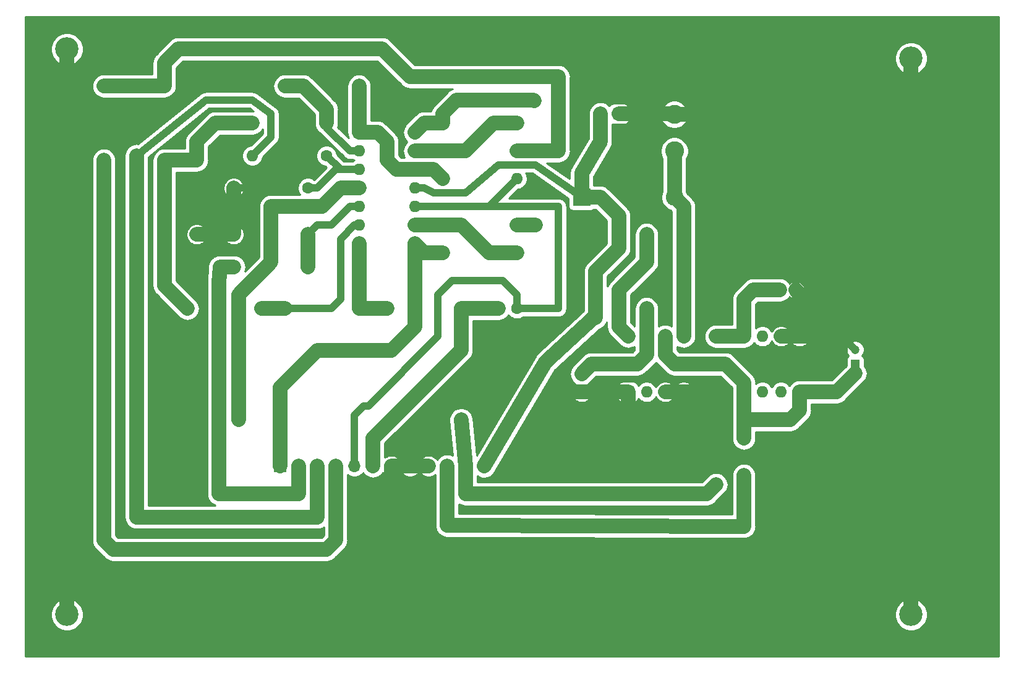
<source format=gbr>
%TF.GenerationSoftware,KiCad,Pcbnew,(5.1.12)-1*%
%TF.CreationDate,2021-11-30T12:40:22+01:00*%
%TF.ProjectId,cwater,63776174-6572-42e6-9b69-6361645f7063,rev?*%
%TF.SameCoordinates,Original*%
%TF.FileFunction,Copper,L2,Bot*%
%TF.FilePolarity,Positive*%
%FSLAX46Y46*%
G04 Gerber Fmt 4.6, Leading zero omitted, Abs format (unit mm)*
G04 Created by KiCad (PCBNEW (5.1.12)-1) date 2021-11-30 12:40:22*
%MOMM*%
%LPD*%
G01*
G04 APERTURE LIST*
%TA.AperFunction,ComponentPad*%
%ADD10O,1.600000X1.600000*%
%TD*%
%TA.AperFunction,ComponentPad*%
%ADD11C,1.600000*%
%TD*%
%TA.AperFunction,ComponentPad*%
%ADD12C,2.600000*%
%TD*%
%TA.AperFunction,ComponentPad*%
%ADD13R,1.600000X1.600000*%
%TD*%
%TA.AperFunction,ComponentPad*%
%ADD14O,2.400000X2.400000*%
%TD*%
%TA.AperFunction,ComponentPad*%
%ADD15R,2.400000X2.400000*%
%TD*%
%TA.AperFunction,ComponentPad*%
%ADD16C,1.200000*%
%TD*%
%TA.AperFunction,ComponentPad*%
%ADD17R,1.200000X1.200000*%
%TD*%
%TA.AperFunction,ComponentPad*%
%ADD18C,3.200000*%
%TD*%
%TA.AperFunction,ComponentPad*%
%ADD19R,1.700000X1.700000*%
%TD*%
%TA.AperFunction,ComponentPad*%
%ADD20O,1.700000X1.700000*%
%TD*%
%TA.AperFunction,ViaPad*%
%ADD21C,0.800000*%
%TD*%
%TA.AperFunction,Conductor*%
%ADD22C,2.000000*%
%TD*%
%TA.AperFunction,Conductor*%
%ADD23C,1.000000*%
%TD*%
%TA.AperFunction,Conductor*%
%ADD24C,0.254000*%
%TD*%
%TA.AperFunction,Conductor*%
%ADD25C,0.100000*%
%TD*%
G04 APERTURE END LIST*
D10*
%TO.P,R52,2*%
%TO.N,/-7.2V*%
X137795000Y-93980000D03*
D11*
%TO.P,R52,1*%
%TO.N,Net-(IC10-Pad8)*%
X137795000Y-104140000D03*
%TD*%
D10*
%TO.P,R51,2*%
%TO.N,Net-(IC10-Pad8)*%
X141605000Y-93980000D03*
D11*
%TO.P,R51,1*%
%TO.N,Net-(C20-Pad1)*%
X141605000Y-104140000D03*
%TD*%
D10*
%TO.P,R17,2*%
%TO.N,GND*%
X85090000Y-93980000D03*
D11*
%TO.P,R17,1*%
%TO.N,Net-(IC11-Pad5)*%
X95250000Y-93980000D03*
%TD*%
D10*
%TO.P,R16,2*%
%TO.N,Net-(J1-Pad2)*%
X85090000Y-98425000D03*
D11*
%TO.P,R16,1*%
%TO.N,Net-(IC11-Pad5)*%
X95250000Y-98425000D03*
%TD*%
D10*
%TO.P,R15,2*%
%TO.N,GND*%
X85090000Y-87630000D03*
D11*
%TO.P,R15,1*%
%TO.N,Net-(IC11-Pad3)*%
X95250000Y-87630000D03*
%TD*%
D10*
%TO.P,R14,2*%
%TO.N,Net-(J1-Pad3)*%
X87630000Y-83185000D03*
D11*
%TO.P,R14,1*%
%TO.N,Net-(IC11-Pad3)*%
X97790000Y-83185000D03*
%TD*%
D10*
%TO.P,R13,2*%
%TO.N,Net-(J1-Pad4)*%
X67310000Y-83820000D03*
D11*
%TO.P,R13,1*%
%TO.N,Net-(R12-Pad2)*%
X67310000Y-73660000D03*
%TD*%
D10*
%TO.P,R12,2*%
%TO.N,Net-(R12-Pad2)*%
X75565000Y-73660000D03*
D11*
%TO.P,R12,1*%
%TO.N,Net-(R1-Pad2)*%
X75565000Y-83820000D03*
%TD*%
D10*
%TO.P,R11,2*%
%TO.N,Net-(R1-Pad2)*%
X80010000Y-83820000D03*
D11*
%TO.P,R11,1*%
%TO.N,GND*%
X80010000Y-93980000D03*
%TD*%
D10*
%TO.P,R10,2*%
%TO.N,Net-(IC11-Pad14)*%
X113665000Y-78740000D03*
D11*
%TO.P,R10,1*%
%TO.N,Net-(IC11-Pad13)*%
X123825000Y-78740000D03*
%TD*%
D10*
%TO.P,R9,2*%
%TO.N,Net-(IC11-Pad13)*%
X113665000Y-82550000D03*
D11*
%TO.P,R9,1*%
%TO.N,Net-(R12-Pad2)*%
X123825000Y-82550000D03*
%TD*%
D10*
%TO.P,R8,2*%
%TO.N,Net-(IC11-Pad6)*%
X92075000Y-104140000D03*
D11*
%TO.P,R8,1*%
%TO.N,Net-(IC11-Pad7)*%
X102235000Y-104140000D03*
%TD*%
D10*
%TO.P,R7,2*%
%TO.N,Net-(R1-Pad2)*%
X78740000Y-104140000D03*
D11*
%TO.P,R7,1*%
%TO.N,Net-(IC11-Pad6)*%
X88900000Y-104140000D03*
%TD*%
D10*
%TO.P,R6,2*%
%TO.N,Net-(H2O1-Pad1)*%
X123825000Y-86360000D03*
D11*
%TO.P,R6,1*%
%TO.N,Net-(IC11-Pad1)*%
X113665000Y-86360000D03*
%TD*%
D10*
%TO.P,R5,2*%
%TO.N,Net-(IC11-Pad7)*%
X106045000Y-104140000D03*
D11*
%TO.P,R5,1*%
%TO.N,Net-(H2O1-Pad2)*%
X116205000Y-104140000D03*
%TD*%
D10*
%TO.P,R4,2*%
%TO.N,Net-(IC11-Pad8)*%
X113665000Y-96520000D03*
D11*
%TO.P,R4,1*%
%TO.N,Net-(IC11-Pad9)*%
X123825000Y-96520000D03*
%TD*%
D10*
%TO.P,R3,2*%
%TO.N,Net-(IC11-Pad9)*%
X113665000Y-92710000D03*
D11*
%TO.P,R3,1*%
%TO.N,Net-(IC11-Pad14)*%
X123825000Y-92710000D03*
%TD*%
D10*
%TO.P,R2,2*%
%TO.N,Net-(IC11-Pad2)*%
X92075000Y-73660000D03*
D11*
%TO.P,R2,1*%
%TO.N,Net-(IC11-Pad1)*%
X102235000Y-73660000D03*
%TD*%
D10*
%TO.P,R1,2*%
%TO.N,Net-(R1-Pad2)*%
X87630000Y-78740000D03*
D11*
%TO.P,R1,1*%
%TO.N,Net-(IC11-Pad2)*%
X97790000Y-78740000D03*
%TD*%
D12*
%TO.P,L2,2*%
%TO.N,GND*%
X145415000Y-77550000D03*
%TO.P,L2,1*%
%TO.N,Net-(D6-Pad2)*%
X145415000Y-82550000D03*
%TD*%
D10*
%TO.P,IC11,14*%
%TO.N,Net-(IC11-Pad14)*%
X109855000Y-80010000D03*
%TO.P,IC11,7*%
%TO.N,Net-(IC11-Pad7)*%
X102235000Y-95250000D03*
%TO.P,IC11,13*%
%TO.N,Net-(IC11-Pad13)*%
X109855000Y-82550000D03*
%TO.P,IC11,6*%
%TO.N,Net-(IC11-Pad6)*%
X102235000Y-92710000D03*
%TO.P,IC11,12*%
%TO.N,Net-(IC11-Pad1)*%
X109855000Y-85090000D03*
%TO.P,IC11,5*%
%TO.N,Net-(IC11-Pad5)*%
X102235000Y-90170000D03*
%TO.P,IC11,11*%
%TO.N,/-7.2V*%
X109855000Y-87630000D03*
%TO.P,IC11,4*%
%TO.N,+5VA*%
X102235000Y-87630000D03*
%TO.P,IC11,10*%
%TO.N,Net-(H2O1-Pad1)*%
X109855000Y-90170000D03*
%TO.P,IC11,3*%
%TO.N,Net-(IC11-Pad3)*%
X102235000Y-85090000D03*
%TO.P,IC11,9*%
%TO.N,Net-(IC11-Pad9)*%
X109855000Y-92710000D03*
%TO.P,IC11,2*%
%TO.N,Net-(IC11-Pad2)*%
X102235000Y-82550000D03*
%TO.P,IC11,8*%
%TO.N,Net-(IC11-Pad8)*%
X109855000Y-95250000D03*
D13*
%TO.P,IC11,1*%
%TO.N,Net-(IC11-Pad1)*%
X102235000Y-80010000D03*
%TD*%
D10*
%TO.P,IC10,8*%
%TO.N,Net-(IC10-Pad8)*%
X139065000Y-107950000D03*
%TO.P,IC10,4*%
%TO.N,GND*%
X146685000Y-115570000D03*
%TO.P,IC10,7*%
%TO.N,Net-(C20-Pad1)*%
X141605000Y-107950000D03*
%TO.P,IC10,3*%
%TO.N,GND*%
X144145000Y-115570000D03*
%TO.P,IC10,6*%
%TO.N,Net-(C17-Pad1)*%
X144145000Y-107950000D03*
%TO.P,IC10,2*%
%TO.N,Net-(IC10-Pad2)*%
X141605000Y-115570000D03*
%TO.P,IC10,5*%
%TO.N,Net-(D6-Pad2)*%
X146685000Y-107950000D03*
D13*
%TO.P,IC10,1*%
%TO.N,GND*%
X139065000Y-115570000D03*
%TD*%
D10*
%TO.P,IC7,8*%
%TO.N,+5VA*%
X154940000Y-107950000D03*
%TO.P,IC7,4*%
%TO.N,Net-(C17-Pad1)*%
X162560000Y-115570000D03*
%TO.P,IC7,7*%
%TO.N,Net-(IC7-Pad7)*%
X157480000Y-107950000D03*
%TO.P,IC7,3*%
%TO.N,Net-(IC7-Pad3)*%
X160020000Y-115570000D03*
%TO.P,IC7,6*%
%TO.N,GND*%
X160020000Y-107950000D03*
%TO.P,IC7,2*%
%TO.N,Net-(IC7-Pad2)*%
X157480000Y-115570000D03*
%TO.P,IC7,5*%
%TO.N,GND*%
X162560000Y-107950000D03*
D13*
%TO.P,IC7,1*%
%TO.N,Net-(C17-Pad1)*%
X154940000Y-115570000D03*
%TD*%
D11*
%TO.P,H2O1,2*%
%TO.N,Net-(H2O1-Pad2)*%
X121325000Y-104140000D03*
%TO.P,H2O1,1*%
%TO.N,Net-(H2O1-Pad1)*%
X123825000Y-104140000D03*
%TD*%
D14*
%TO.P,D6,2*%
%TO.N,Net-(D6-Pad2)*%
X145415000Y-88900000D03*
D15*
%TO.P,D6,1*%
%TO.N,/-7.2V*%
X132715000Y-88900000D03*
%TD*%
D11*
%TO.P,C21,2*%
%TO.N,/-7.2V*%
X135295000Y-77470000D03*
D13*
%TO.P,C21,1*%
%TO.N,GND*%
X137795000Y-77470000D03*
%TD*%
D11*
%TO.P,C20,2*%
%TO.N,GND*%
X132715000Y-115570000D03*
%TO.P,C20,1*%
%TO.N,Net-(C20-Pad1)*%
X132715000Y-113070000D03*
%TD*%
D16*
%TO.P,C17,2*%
%TO.N,GND*%
X170180000Y-109760000D03*
D17*
%TO.P,C17,1*%
%TO.N,Net-(C17-Pad1)*%
X170180000Y-111760000D03*
%TD*%
D16*
%TO.P,C16,2*%
%TO.N,GND*%
X162020000Y-101600000D03*
D17*
%TO.P,C16,1*%
%TO.N,+5VA*%
X160020000Y-101600000D03*
%TD*%
D18*
%TO.P,H1,1*%
%TO.N,GND*%
X177800000Y-146050000D03*
%TD*%
%TO.P,H2,1*%
%TO.N,GND*%
X62230000Y-146050000D03*
%TD*%
%TO.P,H3,1*%
%TO.N,GND*%
X177800000Y-69850000D03*
%TD*%
%TO.P,H4,1*%
%TO.N,GND*%
X62230000Y-68580000D03*
%TD*%
D19*
%TO.P,J1,1*%
%TO.N,Net-(IC11-Pad8)*%
X91440000Y-125730000D03*
D20*
%TO.P,J1,2*%
%TO.N,Net-(J1-Pad2)*%
X93980000Y-125730000D03*
%TO.P,J1,3*%
%TO.N,Net-(J1-Pad3)*%
X96520000Y-125730000D03*
%TO.P,J1,4*%
%TO.N,Net-(J1-Pad4)*%
X99060000Y-125730000D03*
%TO.P,J1,5*%
%TO.N,Net-(H2O1-Pad1)*%
X101600000Y-125730000D03*
%TO.P,J1,6*%
%TO.N,Net-(H2O1-Pad2)*%
X104140000Y-125730000D03*
%TO.P,J1,7*%
%TO.N,GND*%
X106680000Y-125730000D03*
%TO.P,J1,8*%
X109220000Y-125730000D03*
%TO.P,J1,9*%
X111760000Y-125730000D03*
%TO.P,J1,10*%
%TO.N,Net-(C17-Pad1)*%
X114300000Y-125730000D03*
%TO.P,J1,11*%
%TO.N,+5VA*%
X116840000Y-125730000D03*
%TO.P,J1,12*%
%TO.N,/-7.2V*%
X119380000Y-125730000D03*
%TD*%
D21*
%TO.N,Net-(C17-Pad1)*%
X154940000Y-121920000D03*
X154940000Y-127000000D03*
%TO.N,Net-(IC11-Pad14)*%
X126365000Y-92710000D03*
X126365000Y-75565000D03*
%TO.N,GND*%
X129540000Y-115570000D03*
X114300000Y-115570000D03*
%TO.N,+5VA*%
X151130000Y-107950000D03*
X151130000Y-128270000D03*
X85725000Y-119380000D03*
X116205000Y-119380000D03*
%TD*%
D22*
%TO.N,Net-(C17-Pad1)*%
X144145000Y-110490000D02*
X144145000Y-107950000D01*
X145415000Y-111760000D02*
X144145000Y-110490000D01*
X154940000Y-115570000D02*
X154940000Y-114300000D01*
X154940000Y-116840000D02*
X154940000Y-115570000D01*
D23*
X170180000Y-111760000D02*
X170180000Y-113030000D01*
D22*
X167640000Y-115570000D02*
X162560000Y-115570000D01*
X170180000Y-113030000D02*
X167640000Y-115570000D01*
X152400000Y-111760000D02*
X154940000Y-114300000D01*
X145415000Y-111760000D02*
X150495000Y-111760000D01*
X150495000Y-111760000D02*
X152400000Y-111760000D01*
X161290000Y-119380000D02*
X155575000Y-119380000D01*
X162560000Y-118110000D02*
X161290000Y-119380000D01*
X155575000Y-119380000D02*
X154940000Y-120015000D01*
X162560000Y-115570000D02*
X162560000Y-118110000D01*
X154940000Y-120015000D02*
X154940000Y-115570000D01*
X154940000Y-121920000D02*
X154940000Y-120015000D01*
X114300000Y-133858000D02*
X114300000Y-125730000D01*
X154940000Y-133985000D02*
X114300000Y-133858000D01*
X154940000Y-127000000D02*
X154940000Y-133985000D01*
%TO.N,Net-(C20-Pad1)*%
X141605000Y-107950000D02*
X141605000Y-104140000D01*
X134025000Y-111760000D02*
X132715000Y-113070000D01*
X140335000Y-111760000D02*
X134025000Y-111760000D01*
X141605000Y-110490000D02*
X140335000Y-111760000D01*
X141605000Y-107950000D02*
X141605000Y-110490000D01*
%TO.N,/-7.2V*%
X132715000Y-88900000D02*
X135255000Y-88900000D01*
X135255000Y-88900000D02*
X137795000Y-91440000D01*
X137795000Y-91440000D02*
X137795000Y-93980000D01*
D23*
X112395000Y-88265000D02*
X111125000Y-87630000D01*
X111125000Y-87630000D02*
X109855000Y-87630000D01*
X116840000Y-88265000D02*
X112395000Y-88265000D01*
X121285000Y-84455000D02*
X116840000Y-88265000D01*
X126365000Y-84455000D02*
X121285000Y-84455000D01*
X132715000Y-88900000D02*
X126365000Y-84455000D01*
D22*
X132715000Y-85598000D02*
X132715000Y-88900000D01*
X135295000Y-81240000D02*
X132715000Y-85598000D01*
X135295000Y-77470000D02*
X135295000Y-81240000D01*
X134366000Y-105410000D02*
X127762000Y-111506000D01*
X134620000Y-105410000D02*
X134366000Y-105410000D01*
X134620000Y-99060000D02*
X134620000Y-105410000D01*
X137795000Y-95885000D02*
X134620000Y-99060000D01*
X127762000Y-111506000D02*
X119380000Y-125730000D01*
X137795000Y-93980000D02*
X137795000Y-95885000D01*
%TO.N,Net-(D6-Pad2)*%
X145415000Y-88900000D02*
X145415000Y-82550000D01*
X146685000Y-90170000D02*
X145415000Y-88900000D01*
X146685000Y-107950000D02*
X146685000Y-90170000D01*
%TO.N,Net-(IC10-Pad8)*%
X137795000Y-106680000D02*
X139065000Y-107950000D01*
X137795000Y-104140000D02*
X137795000Y-106680000D01*
X141605000Y-93980000D02*
X141605000Y-97790000D01*
X141605000Y-97790000D02*
X137795000Y-101600000D01*
X137795000Y-101600000D02*
X137795000Y-104140000D01*
%TO.N,Net-(H2O1-Pad2)*%
X116205000Y-104140000D02*
X121325000Y-104140000D01*
X104140000Y-121920000D02*
X104140000Y-125730000D01*
X116205000Y-109855000D02*
X104140000Y-121920000D01*
X116205000Y-104140000D02*
X116205000Y-109855000D01*
D23*
%TO.N,Net-(H2O1-Pad1)*%
X120015000Y-90170000D02*
X123825000Y-86360000D01*
X109855000Y-90170000D02*
X120015000Y-90170000D01*
X102870000Y-117475000D02*
X101600000Y-118745000D01*
X113030000Y-107950000D02*
X103505000Y-117475000D01*
X103505000Y-117475000D02*
X102870000Y-117475000D01*
X113030000Y-102235000D02*
X113030000Y-107950000D01*
X101600000Y-118745000D02*
X101600000Y-125730000D01*
X114935000Y-100330000D02*
X113030000Y-102235000D01*
X121920000Y-100330000D02*
X114935000Y-100330000D01*
X123825000Y-102235000D02*
X121920000Y-100330000D01*
X123825000Y-104140000D02*
X123825000Y-102235000D01*
X129540000Y-90170000D02*
X129540000Y-104140000D01*
X120015000Y-90170000D02*
X129540000Y-90170000D01*
X129540000Y-104140000D02*
X123825000Y-104140000D01*
D22*
%TO.N,Net-(IC11-Pad14)*%
X111125000Y-78740000D02*
X109855000Y-80010000D01*
X113665000Y-78740000D02*
X111125000Y-78740000D01*
X123825000Y-92710000D02*
X126365000Y-92710000D01*
X113665000Y-78740000D02*
X113665000Y-77470000D01*
X113665000Y-77470000D02*
X115570000Y-75565000D01*
X126103476Y-75565000D02*
X126257818Y-75693619D01*
X115570000Y-75565000D02*
X126103476Y-75565000D01*
%TO.N,Net-(IC11-Pad7)*%
X102235000Y-95250000D02*
X102235000Y-104140000D01*
X106045000Y-104140000D02*
X102235000Y-104140000D01*
%TO.N,Net-(IC11-Pad13)*%
X109855000Y-82550000D02*
X113665000Y-82550000D01*
X113665000Y-82550000D02*
X116840000Y-82550000D01*
X116840000Y-82550000D02*
X120650000Y-78740000D01*
X120650000Y-78740000D02*
X123825000Y-78740000D01*
D23*
%TO.N,Net-(IC11-Pad6)*%
X98425000Y-104140000D02*
X92075000Y-104140000D01*
X99695000Y-94615000D02*
X99695000Y-102870000D01*
X101600000Y-92710000D02*
X99695000Y-94615000D01*
X99695000Y-102870000D02*
X98425000Y-104140000D01*
X102235000Y-92710000D02*
X101600000Y-92710000D01*
D22*
X88900000Y-104140000D02*
X92075000Y-104140000D01*
%TO.N,Net-(IC11-Pad1)*%
X102235000Y-73660000D02*
X102235000Y-80010000D01*
X113665000Y-86360000D02*
X112395000Y-85090000D01*
X112395000Y-85090000D02*
X109855000Y-85090000D01*
X106045000Y-81280000D02*
X104775000Y-80010000D01*
X104775000Y-80010000D02*
X102235000Y-80010000D01*
X109855000Y-85090000D02*
X107315000Y-85090000D01*
X106045000Y-83820000D02*
X106045000Y-81280000D01*
X107315000Y-85090000D02*
X106045000Y-83820000D01*
D23*
%TO.N,Net-(IC11-Pad5)*%
X95250000Y-93980000D02*
X96520000Y-92710000D01*
X96520000Y-92710000D02*
X98425000Y-92710000D01*
X100965000Y-90170000D02*
X102235000Y-90170000D01*
X98425000Y-92710000D02*
X100965000Y-90170000D01*
D22*
X95250000Y-93980000D02*
X95250000Y-98425000D01*
D23*
%TO.N,Net-(IC11-Pad3)*%
X99695000Y-85090000D02*
X97790000Y-83185000D01*
X102235000Y-85090000D02*
X99695000Y-85090000D01*
X99060000Y-85090000D02*
X99695000Y-85090000D01*
X96520000Y-87630000D02*
X99060000Y-85090000D01*
X95250000Y-87630000D02*
X96520000Y-87630000D01*
D22*
%TO.N,Net-(IC11-Pad9)*%
X109855000Y-92710000D02*
X113665000Y-92710000D01*
X123825000Y-96520000D02*
X120015000Y-96520000D01*
X120015000Y-96520000D02*
X116205000Y-92710000D01*
X116205000Y-92710000D02*
X113665000Y-92710000D01*
D23*
%TO.N,Net-(IC11-Pad2)*%
X97790000Y-79375000D02*
X97790000Y-78740000D01*
X100965000Y-82550000D02*
X97790000Y-79375000D01*
X102235000Y-82550000D02*
X100965000Y-82550000D01*
D22*
X97790000Y-78740000D02*
X97790000Y-76835000D01*
X94615000Y-73660000D02*
X92075000Y-73660000D01*
X97790000Y-76835000D02*
X94615000Y-73660000D01*
%TO.N,Net-(IC11-Pad8)*%
X109855000Y-95250000D02*
X111125000Y-96520000D01*
X111125000Y-96520000D02*
X113665000Y-96520000D01*
X109855000Y-95250000D02*
X109855000Y-106680000D01*
X91440000Y-125730000D02*
X91440000Y-114935000D01*
X91440000Y-114935000D02*
X96520000Y-109855000D01*
X106680000Y-109855000D02*
X109855000Y-106680000D01*
X96520000Y-109855000D02*
X106680000Y-109855000D01*
%TO.N,Net-(R1-Pad2)*%
X80010000Y-83820000D02*
X75565000Y-83820000D01*
X75565000Y-100965000D02*
X78740000Y-104140000D01*
X75565000Y-83820000D02*
X75565000Y-100965000D01*
X80010000Y-82550000D02*
X80010000Y-83820000D01*
X82550000Y-78740000D02*
X80010000Y-81280000D01*
X80010000Y-81280000D02*
X80010000Y-82550000D01*
X87630000Y-78740000D02*
X82550000Y-78740000D01*
%TO.N,Net-(R12-Pad2)*%
X75565000Y-73660000D02*
X70485000Y-73660000D01*
X67310000Y-73660000D02*
X70485000Y-73660000D01*
X125095000Y-82550000D02*
X123825000Y-82550000D01*
X129540000Y-82550000D02*
X125095000Y-82550000D01*
X129540000Y-72390000D02*
X129540000Y-82550000D01*
X109220000Y-72390000D02*
X129540000Y-72390000D01*
X105410000Y-68580000D02*
X109220000Y-72390000D01*
X77470000Y-68580000D02*
X105410000Y-68580000D01*
X75565000Y-70485000D02*
X77470000Y-68580000D01*
X75565000Y-73660000D02*
X75565000Y-70485000D01*
%TO.N,Net-(J1-Pad4)*%
X67310000Y-105410000D02*
X67310000Y-107950000D01*
X67310000Y-83820000D02*
X67310000Y-105410000D01*
X67310000Y-135890000D02*
X67310000Y-105410000D01*
X68580000Y-137160000D02*
X67310000Y-135890000D01*
X99060000Y-135890000D02*
X97790000Y-137160000D01*
X97790000Y-137160000D02*
X68580000Y-137160000D01*
X99060000Y-125730000D02*
X99060000Y-135890000D01*
D23*
%TO.N,Net-(J1-Pad3)*%
X81280000Y-75565000D02*
X71755000Y-83185000D01*
X87630000Y-75565000D02*
X81280000Y-75565000D01*
X90170000Y-77470000D02*
X87630000Y-75565000D01*
X90170000Y-80645000D02*
X90170000Y-77470000D01*
X87630000Y-83185000D02*
X90170000Y-80645000D01*
D22*
X71755000Y-107315000D02*
X71755000Y-83185000D01*
X71755000Y-132715000D02*
X71755000Y-107315000D01*
X96520000Y-132715000D02*
X71755000Y-132715000D01*
X96520000Y-125730000D02*
X96520000Y-132715000D01*
%TO.N,Net-(J1-Pad2)*%
X93980000Y-127050002D02*
X93980000Y-125730000D01*
X93980000Y-129540000D02*
X93980000Y-127050002D01*
X83058000Y-129540000D02*
X93980000Y-129540000D01*
X83058000Y-100584000D02*
X83058000Y-129540000D01*
X83185000Y-98425000D02*
X83058000Y-100584000D01*
X85090000Y-98425000D02*
X83185000Y-98425000D01*
%TO.N,GND*%
X145335000Y-77470000D02*
X145415000Y-77550000D01*
X137795000Y-77470000D02*
X145335000Y-77470000D01*
X139065000Y-115570000D02*
X132715000Y-115570000D01*
X146685000Y-115570000D02*
X146685000Y-118110000D01*
X146685000Y-118110000D02*
X144145000Y-120650000D01*
X144145000Y-120650000D02*
X140335000Y-120650000D01*
X140335000Y-120650000D02*
X139065000Y-119380000D01*
X139065000Y-119380000D02*
X139065000Y-115570000D01*
X144145000Y-115570000D02*
X146685000Y-115570000D01*
X146685000Y-115570000D02*
X147955000Y-115570000D01*
X150495000Y-80010000D02*
X147955000Y-77470000D01*
X147875000Y-77550000D02*
X145415000Y-77550000D01*
X147955000Y-77470000D02*
X147875000Y-77550000D01*
X162560000Y-102140000D02*
X162020000Y-101600000D01*
X160020000Y-107950000D02*
X162560000Y-107950000D01*
D23*
X170180000Y-109760000D02*
X169005000Y-108585000D01*
D22*
X168275000Y-107950000D02*
X162560000Y-107950000D01*
D23*
X168910000Y-108585000D02*
X168275000Y-107950000D01*
D22*
X81915000Y-93980000D02*
X85090000Y-93980000D01*
X85090000Y-87630000D02*
X85090000Y-93980000D01*
X80010000Y-93980000D02*
X81915000Y-93980000D01*
D23*
X92075000Y-76835000D02*
X88265000Y-73660000D01*
X87630000Y-87630000D02*
X92075000Y-83185000D01*
X92075000Y-83185000D02*
X92075000Y-76835000D01*
X85090000Y-87630000D02*
X87630000Y-87630000D01*
X88265000Y-73660000D02*
X79375000Y-73660000D01*
X79375000Y-73660000D02*
X75565000Y-77470000D01*
X162020000Y-91535000D02*
X150495000Y-80010000D01*
X162020000Y-101600000D02*
X162020000Y-91535000D01*
X162560000Y-104775000D02*
X177165000Y-104775000D01*
D22*
X162560000Y-107950000D02*
X162560000Y-104775000D01*
X162560000Y-104775000D02*
X162560000Y-102140000D01*
D23*
X177165000Y-104775000D02*
X177165000Y-124460000D01*
X147955000Y-124460000D02*
X144145000Y-120650000D01*
X177165000Y-124460000D02*
X147955000Y-124460000D01*
D22*
X132715000Y-115570000D02*
X129540000Y-115570000D01*
X102870000Y-140970000D02*
X106680000Y-134620000D01*
X66040000Y-140970000D02*
X102870000Y-140970000D01*
X62865000Y-81280000D02*
X62865000Y-138430000D01*
X66675000Y-77470000D02*
X62865000Y-81280000D01*
X62865000Y-138430000D02*
X66040000Y-140970000D01*
X75565000Y-77470000D02*
X66675000Y-77470000D01*
X62230000Y-80645000D02*
X62865000Y-81280000D01*
X62230000Y-68580000D02*
X62230000Y-80645000D01*
X62230000Y-139065000D02*
X62865000Y-138430000D01*
X62230000Y-146050000D02*
X62230000Y-139065000D01*
X177800000Y-125095000D02*
X177165000Y-124460000D01*
X177800000Y-146050000D02*
X177800000Y-125095000D01*
X177800000Y-104140000D02*
X177165000Y-104775000D01*
X177800000Y-69850000D02*
X177800000Y-104140000D01*
X106680000Y-125730000D02*
X106680000Y-134620000D01*
X109220000Y-121920000D02*
X109220000Y-125730000D01*
X114300000Y-116840000D02*
X109220000Y-121920000D01*
X114300000Y-115570000D02*
X114300000Y-116840000D01*
X111760000Y-125730000D02*
X106680000Y-125730000D01*
%TO.N,+5VA*%
X154940000Y-107950000D02*
X154940000Y-102870000D01*
X154940000Y-102870000D02*
X156210000Y-101600000D01*
X156210000Y-101600000D02*
X159819992Y-101600000D01*
X154940000Y-107950000D02*
X151130000Y-107950000D01*
X102235000Y-87630000D02*
X99695000Y-87630000D01*
X99695000Y-87630000D02*
X100330000Y-87630000D01*
X99695000Y-87630000D02*
X97155000Y-90170000D01*
X97155000Y-90170000D02*
X90170000Y-90170000D01*
X90170000Y-90170000D02*
X90170000Y-97790000D01*
X90170000Y-97790000D02*
X85725000Y-102235000D01*
X85725000Y-102235000D02*
X85725000Y-110490000D01*
X85725000Y-110490000D02*
X85725000Y-119380000D01*
X149860000Y-129540000D02*
X151130000Y-128270000D01*
X116840000Y-129540000D02*
X149860000Y-129540000D01*
X116840000Y-125730000D02*
X116840000Y-129540000D01*
X116840000Y-125730000D02*
X116205000Y-119380000D01*
%TD*%
D24*
%TO.N,GND*%
X189840000Y-151740000D02*
X56540000Y-151740000D01*
X56540000Y-145829872D01*
X59995000Y-145829872D01*
X59995000Y-146270128D01*
X60080890Y-146701925D01*
X60249369Y-147108669D01*
X60493962Y-147474729D01*
X60805271Y-147786038D01*
X61171331Y-148030631D01*
X61578075Y-148199110D01*
X62009872Y-148285000D01*
X62450128Y-148285000D01*
X62881925Y-148199110D01*
X63288669Y-148030631D01*
X63654729Y-147786038D01*
X63966038Y-147474729D01*
X64210631Y-147108669D01*
X64379110Y-146701925D01*
X64465000Y-146270128D01*
X64465000Y-145829872D01*
X175565000Y-145829872D01*
X175565000Y-146270128D01*
X175650890Y-146701925D01*
X175819369Y-147108669D01*
X176063962Y-147474729D01*
X176375271Y-147786038D01*
X176741331Y-148030631D01*
X177148075Y-148199110D01*
X177579872Y-148285000D01*
X178020128Y-148285000D01*
X178451925Y-148199110D01*
X178858669Y-148030631D01*
X179224729Y-147786038D01*
X179536038Y-147474729D01*
X179780631Y-147108669D01*
X179949110Y-146701925D01*
X180035000Y-146270128D01*
X180035000Y-145829872D01*
X179949110Y-145398075D01*
X179780631Y-144991331D01*
X179536038Y-144625271D01*
X179224729Y-144313962D01*
X178858669Y-144069369D01*
X178451925Y-143900890D01*
X178020128Y-143815000D01*
X177579872Y-143815000D01*
X177148075Y-143900890D01*
X176741331Y-144069369D01*
X176375271Y-144313962D01*
X176063962Y-144625271D01*
X175819369Y-144991331D01*
X175650890Y-145398075D01*
X175565000Y-145829872D01*
X64465000Y-145829872D01*
X64379110Y-145398075D01*
X64210631Y-144991331D01*
X63966038Y-144625271D01*
X63654729Y-144313962D01*
X63288669Y-144069369D01*
X62881925Y-143900890D01*
X62450128Y-143815000D01*
X62009872Y-143815000D01*
X61578075Y-143900890D01*
X61171331Y-144069369D01*
X60805271Y-144313962D01*
X60493962Y-144625271D01*
X60249369Y-144991331D01*
X60080890Y-145398075D01*
X59995000Y-145829872D01*
X56540000Y-145829872D01*
X56540000Y-73660000D01*
X65667089Y-73660000D01*
X65698657Y-73980516D01*
X65792148Y-74288715D01*
X65943969Y-74572752D01*
X66148286Y-74821714D01*
X66397248Y-75026031D01*
X66681285Y-75177852D01*
X66989484Y-75271343D01*
X67229678Y-75295000D01*
X75484678Y-75295000D01*
X75565000Y-75302911D01*
X75645322Y-75295000D01*
X75885516Y-75271343D01*
X76193715Y-75177852D01*
X76477752Y-75026031D01*
X76726714Y-74821714D01*
X76931031Y-74572752D01*
X77082852Y-74288715D01*
X77176343Y-73980516D01*
X77207911Y-73660000D01*
X77200000Y-73579678D01*
X77200000Y-71162238D01*
X78147239Y-70215000D01*
X104732762Y-70215000D01*
X108007084Y-73489324D01*
X108058286Y-73551714D01*
X108307248Y-73756031D01*
X108392006Y-73801335D01*
X108591285Y-73907852D01*
X108899483Y-74001343D01*
X109220000Y-74032911D01*
X109300322Y-74025000D01*
X115014297Y-74025000D01*
X114941285Y-74047148D01*
X114657248Y-74198969D01*
X114408286Y-74403286D01*
X114357079Y-74465682D01*
X112565682Y-76257080D01*
X112503287Y-76308286D01*
X112298970Y-76557248D01*
X112147148Y-76841285D01*
X112067151Y-77105000D01*
X111205319Y-77105000D01*
X111124999Y-77097089D01*
X111044680Y-77105000D01*
X111044678Y-77105000D01*
X110804484Y-77128657D01*
X110496285Y-77222148D01*
X110212248Y-77373969D01*
X109963286Y-77578286D01*
X109912079Y-77640682D01*
X108642085Y-78910677D01*
X108488970Y-79097248D01*
X108337148Y-79381286D01*
X108243658Y-79689484D01*
X108212089Y-80010000D01*
X108243658Y-80330516D01*
X108337148Y-80638714D01*
X108488970Y-80922752D01*
X108693287Y-81171713D01*
X108825234Y-81279999D01*
X108693286Y-81388286D01*
X108488969Y-81637248D01*
X108337148Y-81921285D01*
X108243657Y-82229484D01*
X108212089Y-82550000D01*
X108243657Y-82870516D01*
X108337148Y-83178715D01*
X108484825Y-83455000D01*
X107992239Y-83455000D01*
X107680000Y-83142762D01*
X107680000Y-81360319D01*
X107687911Y-81279999D01*
X107677246Y-81171714D01*
X107656343Y-80959484D01*
X107562852Y-80651285D01*
X107411031Y-80367248D01*
X107206714Y-80118286D01*
X107144318Y-80067079D01*
X105987924Y-78910686D01*
X105936714Y-78848286D01*
X105687752Y-78643969D01*
X105403715Y-78492148D01*
X105095516Y-78398657D01*
X104855322Y-78375000D01*
X104855319Y-78375000D01*
X104775000Y-78367089D01*
X104694681Y-78375000D01*
X103870000Y-78375000D01*
X103870000Y-73579678D01*
X103846343Y-73339484D01*
X103752852Y-73031285D01*
X103601031Y-72747248D01*
X103396714Y-72498286D01*
X103147751Y-72293969D01*
X102863714Y-72142148D01*
X102555515Y-72048657D01*
X102235000Y-72017089D01*
X101914484Y-72048657D01*
X101606285Y-72142148D01*
X101322248Y-72293969D01*
X101073286Y-72498286D01*
X100868969Y-72747249D01*
X100717148Y-73031286D01*
X100623657Y-73339485D01*
X100600000Y-73579679D01*
X100600001Y-79929668D01*
X100592089Y-80010000D01*
X100623657Y-80330516D01*
X100717148Y-80638715D01*
X100784094Y-80763963D01*
X99326703Y-79306572D01*
X99401343Y-79060516D01*
X99425000Y-78820322D01*
X99425000Y-76915319D01*
X99432911Y-76834999D01*
X99420465Y-76708637D01*
X99401343Y-76514484D01*
X99307852Y-76206285D01*
X99156031Y-75922248D01*
X98951714Y-75673286D01*
X98889319Y-75622080D01*
X95827925Y-72560687D01*
X95776714Y-72498286D01*
X95527752Y-72293969D01*
X95243715Y-72142148D01*
X94935516Y-72048657D01*
X94695322Y-72025000D01*
X94695319Y-72025000D01*
X94615000Y-72017089D01*
X94534681Y-72025000D01*
X91994678Y-72025000D01*
X91754484Y-72048657D01*
X91446285Y-72142148D01*
X91162248Y-72293969D01*
X90913286Y-72498286D01*
X90708969Y-72747248D01*
X90557148Y-73031285D01*
X90463657Y-73339484D01*
X90432089Y-73660000D01*
X90463657Y-73980516D01*
X90557148Y-74288715D01*
X90708969Y-74572752D01*
X90913286Y-74821714D01*
X91162248Y-75026031D01*
X91446285Y-75177852D01*
X91754484Y-75271343D01*
X91994678Y-75295000D01*
X93937762Y-75295000D01*
X96155001Y-77512239D01*
X96155000Y-78820321D01*
X96178657Y-79060515D01*
X96272148Y-79368714D01*
X96423969Y-79652751D01*
X96628286Y-79901714D01*
X96877248Y-80106031D01*
X96956361Y-80148318D01*
X96983551Y-80181449D01*
X97026865Y-80216996D01*
X100123009Y-83313141D01*
X100158551Y-83356449D01*
X100331377Y-83498284D01*
X100469568Y-83572148D01*
X100528553Y-83603676D01*
X100742501Y-83668577D01*
X100964999Y-83690491D01*
X101020751Y-83685000D01*
X101350716Y-83685000D01*
X101552759Y-83820000D01*
X101350716Y-83955000D01*
X100165132Y-83955000D01*
X99217850Y-83007718D01*
X99169853Y-82766426D01*
X99061680Y-82505273D01*
X98904637Y-82270241D01*
X98704759Y-82070363D01*
X98469727Y-81913320D01*
X98208574Y-81805147D01*
X97931335Y-81750000D01*
X97648665Y-81750000D01*
X97371426Y-81805147D01*
X97110273Y-81913320D01*
X96875241Y-82070363D01*
X96675363Y-82270241D01*
X96518320Y-82505273D01*
X96410147Y-82766426D01*
X96355000Y-83043665D01*
X96355000Y-83326335D01*
X96410147Y-83603574D01*
X96518320Y-83864727D01*
X96675363Y-84099759D01*
X96875241Y-84299637D01*
X97110273Y-84456680D01*
X97371426Y-84564853D01*
X97612718Y-84612850D01*
X97772368Y-84772500D01*
X96083681Y-86461188D01*
X95929727Y-86358320D01*
X95668574Y-86250147D01*
X95391335Y-86195000D01*
X95108665Y-86195000D01*
X94831426Y-86250147D01*
X94570273Y-86358320D01*
X94335241Y-86515363D01*
X94135363Y-86715241D01*
X93978320Y-86950273D01*
X93870147Y-87211426D01*
X93815000Y-87488665D01*
X93815000Y-87771335D01*
X93870147Y-88048574D01*
X93978320Y-88309727D01*
X94128842Y-88535000D01*
X90250322Y-88535000D01*
X90170000Y-88527089D01*
X90089678Y-88535000D01*
X89849484Y-88558657D01*
X89541285Y-88652148D01*
X89257248Y-88803969D01*
X89008286Y-89008286D01*
X88803969Y-89257248D01*
X88652148Y-89541285D01*
X88558657Y-89849484D01*
X88527089Y-90170000D01*
X88535000Y-90250322D01*
X88535001Y-97112760D01*
X86613863Y-99033898D01*
X86701343Y-98745516D01*
X86732911Y-98425000D01*
X86701343Y-98104484D01*
X86607852Y-97796285D01*
X86456031Y-97512248D01*
X86251714Y-97263286D01*
X86002752Y-97058969D01*
X85718715Y-96907148D01*
X85410516Y-96813657D01*
X85170322Y-96790000D01*
X83313549Y-96790000D01*
X83281475Y-96784925D01*
X83152794Y-96790000D01*
X83104678Y-96790000D01*
X83072543Y-96793165D01*
X82959659Y-96797617D01*
X82912630Y-96808915D01*
X82864484Y-96813657D01*
X82756354Y-96846458D01*
X82646502Y-96872848D01*
X82602578Y-96893105D01*
X82556285Y-96907148D01*
X82456630Y-96960415D01*
X82354040Y-97007728D01*
X82314913Y-97036164D01*
X82272248Y-97058969D01*
X82184902Y-97130652D01*
X82093509Y-97197073D01*
X82060681Y-97232596D01*
X82023286Y-97263286D01*
X81951599Y-97350637D01*
X81874925Y-97433608D01*
X81849659Y-97474852D01*
X81818969Y-97512248D01*
X81765703Y-97611901D01*
X81706687Y-97708239D01*
X81689952Y-97753621D01*
X81667148Y-97796285D01*
X81634348Y-97904412D01*
X81595259Y-98010416D01*
X81587700Y-98058192D01*
X81573657Y-98104484D01*
X81562581Y-98216943D01*
X81557539Y-98248807D01*
X81554716Y-98296792D01*
X81542089Y-98425000D01*
X81545273Y-98457328D01*
X81427715Y-100455811D01*
X81423000Y-100503679D01*
X81423000Y-100535958D01*
X81421105Y-100568173D01*
X81423000Y-100616219D01*
X81423001Y-129459668D01*
X81415089Y-129540000D01*
X81446657Y-129860516D01*
X81540148Y-130168715D01*
X81691969Y-130452752D01*
X81896286Y-130701714D01*
X82145248Y-130906031D01*
X82429285Y-131057852D01*
X82502297Y-131080000D01*
X73390000Y-131080000D01*
X73390000Y-83330508D01*
X81678136Y-76700000D01*
X87251668Y-76700000D01*
X87803965Y-77114223D01*
X87710322Y-77105000D01*
X82630319Y-77105000D01*
X82549999Y-77097089D01*
X82469680Y-77105000D01*
X82469678Y-77105000D01*
X82229484Y-77128657D01*
X81921285Y-77222148D01*
X81637248Y-77373969D01*
X81388286Y-77578286D01*
X81337080Y-77640681D01*
X78910687Y-80067075D01*
X78848286Y-80118286D01*
X78643969Y-80367249D01*
X78492148Y-80651286D01*
X78398657Y-80959485D01*
X78375000Y-81199678D01*
X78367089Y-81280000D01*
X78375000Y-81360319D01*
X78375000Y-82185000D01*
X75645322Y-82185000D01*
X75565000Y-82177089D01*
X75484678Y-82185000D01*
X75244484Y-82208657D01*
X74936285Y-82302148D01*
X74652248Y-82453969D01*
X74403286Y-82658286D01*
X74198969Y-82907248D01*
X74047148Y-83191285D01*
X73953657Y-83499484D01*
X73922089Y-83820000D01*
X73930000Y-83900321D01*
X73930001Y-100884671D01*
X73922089Y-100965000D01*
X73953658Y-101285516D01*
X74047148Y-101593714D01*
X74198970Y-101877752D01*
X74403287Y-102126714D01*
X74465682Y-102177920D01*
X77640676Y-105352915D01*
X77827247Y-105506030D01*
X78111285Y-105657852D01*
X78419483Y-105751342D01*
X78739999Y-105782911D01*
X79060516Y-105751342D01*
X79368714Y-105657852D01*
X79652752Y-105506030D01*
X79901713Y-105301713D01*
X80106030Y-105052752D01*
X80257852Y-104768714D01*
X80351342Y-104460516D01*
X80382911Y-104139999D01*
X80351342Y-103819483D01*
X80257852Y-103511285D01*
X80106030Y-103227247D01*
X79952915Y-103040676D01*
X77200000Y-100287762D01*
X77200000Y-93838665D01*
X78575000Y-93838665D01*
X78575000Y-94121335D01*
X78630147Y-94398574D01*
X78738320Y-94659727D01*
X78895363Y-94894759D01*
X79095241Y-95094637D01*
X79330273Y-95251680D01*
X79591426Y-95359853D01*
X79868665Y-95415000D01*
X80151335Y-95415000D01*
X80428574Y-95359853D01*
X80689727Y-95251680D01*
X80924759Y-95094637D01*
X81124637Y-94894759D01*
X81281680Y-94659727D01*
X81389853Y-94398574D01*
X81445000Y-94121335D01*
X81445000Y-93838665D01*
X83655000Y-93838665D01*
X83655000Y-94121335D01*
X83710147Y-94398574D01*
X83818320Y-94659727D01*
X83975363Y-94894759D01*
X84175241Y-95094637D01*
X84410273Y-95251680D01*
X84671426Y-95359853D01*
X84948665Y-95415000D01*
X85231335Y-95415000D01*
X85508574Y-95359853D01*
X85769727Y-95251680D01*
X86004759Y-95094637D01*
X86204637Y-94894759D01*
X86361680Y-94659727D01*
X86469853Y-94398574D01*
X86525000Y-94121335D01*
X86525000Y-93838665D01*
X86469853Y-93561426D01*
X86361680Y-93300273D01*
X86204637Y-93065241D01*
X86004759Y-92865363D01*
X85769727Y-92708320D01*
X85508574Y-92600147D01*
X85231335Y-92545000D01*
X84948665Y-92545000D01*
X84671426Y-92600147D01*
X84410273Y-92708320D01*
X84175241Y-92865363D01*
X83975363Y-93065241D01*
X83818320Y-93300273D01*
X83710147Y-93561426D01*
X83655000Y-93838665D01*
X81445000Y-93838665D01*
X81389853Y-93561426D01*
X81281680Y-93300273D01*
X81124637Y-93065241D01*
X80924759Y-92865363D01*
X80689727Y-92708320D01*
X80428574Y-92600147D01*
X80151335Y-92545000D01*
X79868665Y-92545000D01*
X79591426Y-92600147D01*
X79330273Y-92708320D01*
X79095241Y-92865363D01*
X78895363Y-93065241D01*
X78738320Y-93300273D01*
X78630147Y-93561426D01*
X78575000Y-93838665D01*
X77200000Y-93838665D01*
X77200000Y-87488665D01*
X83655000Y-87488665D01*
X83655000Y-87771335D01*
X83710147Y-88048574D01*
X83818320Y-88309727D01*
X83975363Y-88544759D01*
X84175241Y-88744637D01*
X84410273Y-88901680D01*
X84671426Y-89009853D01*
X84948665Y-89065000D01*
X85231335Y-89065000D01*
X85508574Y-89009853D01*
X85769727Y-88901680D01*
X86004759Y-88744637D01*
X86204637Y-88544759D01*
X86361680Y-88309727D01*
X86469853Y-88048574D01*
X86525000Y-87771335D01*
X86525000Y-87488665D01*
X86469853Y-87211426D01*
X86361680Y-86950273D01*
X86204637Y-86715241D01*
X86004759Y-86515363D01*
X85769727Y-86358320D01*
X85508574Y-86250147D01*
X85231335Y-86195000D01*
X84948665Y-86195000D01*
X84671426Y-86250147D01*
X84410273Y-86358320D01*
X84175241Y-86515363D01*
X83975363Y-86715241D01*
X83818320Y-86950273D01*
X83710147Y-87211426D01*
X83655000Y-87488665D01*
X77200000Y-87488665D01*
X77200000Y-85455000D01*
X79929678Y-85455000D01*
X80010000Y-85462911D01*
X80330516Y-85431343D01*
X80638715Y-85337852D01*
X80922752Y-85186031D01*
X81171714Y-84981714D01*
X81376031Y-84732752D01*
X81527852Y-84448715D01*
X81621343Y-84140516D01*
X81645000Y-83900322D01*
X81645000Y-83900321D01*
X81652911Y-83820000D01*
X81645000Y-83739678D01*
X81645000Y-81957238D01*
X83227239Y-80375000D01*
X87710322Y-80375000D01*
X87950516Y-80351343D01*
X88258715Y-80257852D01*
X88542752Y-80106031D01*
X88791714Y-79901714D01*
X88996031Y-79652752D01*
X89035000Y-79579846D01*
X89035000Y-80174868D01*
X87452718Y-81757150D01*
X87211426Y-81805147D01*
X86950273Y-81913320D01*
X86715241Y-82070363D01*
X86515363Y-82270241D01*
X86358320Y-82505273D01*
X86250147Y-82766426D01*
X86195000Y-83043665D01*
X86195000Y-83326335D01*
X86250147Y-83603574D01*
X86358320Y-83864727D01*
X86515363Y-84099759D01*
X86715241Y-84299637D01*
X86950273Y-84456680D01*
X87211426Y-84564853D01*
X87488665Y-84620000D01*
X87771335Y-84620000D01*
X88048574Y-84564853D01*
X88309727Y-84456680D01*
X88544759Y-84299637D01*
X88744637Y-84099759D01*
X88901680Y-83864727D01*
X89009853Y-83603574D01*
X89057850Y-83362282D01*
X90933141Y-81486991D01*
X90976449Y-81451449D01*
X91118284Y-81278623D01*
X91223676Y-81081447D01*
X91288577Y-80867499D01*
X91305000Y-80700752D01*
X91305000Y-80700743D01*
X91310490Y-80645001D01*
X91305000Y-80589259D01*
X91305000Y-77556782D01*
X91308801Y-77532072D01*
X91305000Y-77445200D01*
X91305000Y-77414248D01*
X91302563Y-77389506D01*
X91299028Y-77308710D01*
X91291628Y-77278481D01*
X91288577Y-77247501D01*
X91265097Y-77170099D01*
X91245868Y-77091546D01*
X91232711Y-77063338D01*
X91223676Y-77033553D01*
X91185549Y-76962222D01*
X91151363Y-76888927D01*
X91132958Y-76863830D01*
X91118284Y-76836377D01*
X91066974Y-76773856D01*
X91019145Y-76708637D01*
X90996194Y-76687610D01*
X90976449Y-76663551D01*
X90913925Y-76612239D01*
X90895601Y-76595451D01*
X90870848Y-76576886D01*
X90803623Y-76521716D01*
X90781573Y-76509930D01*
X88330851Y-74671889D01*
X88263623Y-74616716D01*
X88192287Y-74578587D01*
X88123146Y-74536639D01*
X88093897Y-74525996D01*
X88066447Y-74511324D01*
X87989045Y-74487844D01*
X87913047Y-74460191D01*
X87882288Y-74455459D01*
X87852499Y-74446423D01*
X87772009Y-74438495D01*
X87692072Y-74426199D01*
X87605201Y-74430000D01*
X81286998Y-74430000D01*
X81182388Y-74428694D01*
X81120328Y-74440235D01*
X81057501Y-74446423D01*
X81010680Y-74460626D01*
X80962581Y-74469571D01*
X80903960Y-74493000D01*
X80843553Y-74511324D01*
X80800408Y-74534386D01*
X80754973Y-74552544D01*
X80702051Y-74586958D01*
X80646377Y-74616716D01*
X80565471Y-74683114D01*
X71965801Y-81562851D01*
X71755000Y-81542089D01*
X71434485Y-81573657D01*
X71126286Y-81667148D01*
X70842249Y-81818969D01*
X70593287Y-82023286D01*
X70388970Y-82272248D01*
X70237149Y-82556285D01*
X70143658Y-82864484D01*
X70120001Y-83104678D01*
X70120000Y-107395321D01*
X70120001Y-107395331D01*
X70120000Y-132634678D01*
X70112089Y-132715000D01*
X70143657Y-133035516D01*
X70237148Y-133343715D01*
X70388969Y-133627752D01*
X70423248Y-133669521D01*
X70593286Y-133876714D01*
X70842248Y-134081031D01*
X71126285Y-134232852D01*
X71434484Y-134326343D01*
X71755000Y-134357911D01*
X71835322Y-134350000D01*
X96439678Y-134350000D01*
X96520000Y-134357911D01*
X96840516Y-134326343D01*
X97148715Y-134232852D01*
X97425001Y-134085174D01*
X97425001Y-135212760D01*
X97112762Y-135525000D01*
X69257239Y-135525000D01*
X68945000Y-135212762D01*
X68945000Y-83739678D01*
X68921343Y-83499484D01*
X68827852Y-83191285D01*
X68676031Y-82907248D01*
X68471714Y-82658286D01*
X68222751Y-82453969D01*
X67938714Y-82302148D01*
X67630515Y-82208657D01*
X67310000Y-82177089D01*
X66989484Y-82208657D01*
X66681285Y-82302148D01*
X66397248Y-82453969D01*
X66148286Y-82658286D01*
X65943969Y-82907249D01*
X65792148Y-83191286D01*
X65698657Y-83499485D01*
X65675000Y-83739679D01*
X65675001Y-105329669D01*
X65675000Y-105329679D01*
X65675001Y-106680001D01*
X65675000Y-135809681D01*
X65667089Y-135890000D01*
X65675000Y-135970319D01*
X65675000Y-135970321D01*
X65698657Y-136210515D01*
X65792148Y-136518714D01*
X65943969Y-136802751D01*
X66148286Y-137051714D01*
X66210686Y-137102924D01*
X67367079Y-138259318D01*
X67418286Y-138321714D01*
X67667248Y-138526031D01*
X67951285Y-138677852D01*
X68259484Y-138771343D01*
X68499678Y-138795000D01*
X68499680Y-138795000D01*
X68579999Y-138802911D01*
X68660319Y-138795000D01*
X97709681Y-138795000D01*
X97790000Y-138802911D01*
X97870319Y-138795000D01*
X97870322Y-138795000D01*
X98110516Y-138771343D01*
X98418715Y-138677852D01*
X98702752Y-138526031D01*
X98951714Y-138321714D01*
X99002924Y-138259314D01*
X100159318Y-137102921D01*
X100221714Y-137051714D01*
X100426031Y-136802752D01*
X100577852Y-136518715D01*
X100671343Y-136210516D01*
X100695000Y-135970322D01*
X100695000Y-135970320D01*
X100702911Y-135890001D01*
X100695000Y-135809681D01*
X100695000Y-126911293D01*
X100896589Y-127045990D01*
X101166842Y-127157932D01*
X101453740Y-127215000D01*
X101746260Y-127215000D01*
X102033158Y-127157932D01*
X102303411Y-127045990D01*
X102546632Y-126883475D01*
X102753475Y-126676632D01*
X102775151Y-126644191D01*
X102978287Y-126891714D01*
X103227249Y-127096031D01*
X103511286Y-127247852D01*
X103819485Y-127341343D01*
X104140000Y-127372911D01*
X104460516Y-127341343D01*
X104768715Y-127247852D01*
X105052752Y-127096031D01*
X105301714Y-126891714D01*
X105504849Y-126644192D01*
X105526525Y-126676632D01*
X105733368Y-126883475D01*
X105976589Y-127045990D01*
X106246842Y-127157932D01*
X106533740Y-127215000D01*
X106826260Y-127215000D01*
X107113158Y-127157932D01*
X107383411Y-127045990D01*
X107626632Y-126883475D01*
X107833475Y-126676632D01*
X107950000Y-126502240D01*
X108066525Y-126676632D01*
X108273368Y-126883475D01*
X108516589Y-127045990D01*
X108786842Y-127157932D01*
X109073740Y-127215000D01*
X109366260Y-127215000D01*
X109653158Y-127157932D01*
X109923411Y-127045990D01*
X110166632Y-126883475D01*
X110373475Y-126676632D01*
X110490000Y-126502240D01*
X110606525Y-126676632D01*
X110813368Y-126883475D01*
X111056589Y-127045990D01*
X111326842Y-127157932D01*
X111613740Y-127215000D01*
X111906260Y-127215000D01*
X112193158Y-127157932D01*
X112463411Y-127045990D01*
X112665001Y-126911292D01*
X112665000Y-133775126D01*
X112657098Y-133852866D01*
X112665000Y-133935752D01*
X112665000Y-133938321D01*
X112672646Y-134015957D01*
X112687664Y-134173479D01*
X112688404Y-134175946D01*
X112688657Y-134178515D01*
X112734690Y-134330265D01*
X112780191Y-134481968D01*
X112781399Y-134484245D01*
X112782148Y-134486714D01*
X112856898Y-134626562D01*
X112931124Y-134766478D01*
X112932752Y-134768475D01*
X112933969Y-134770751D01*
X113034654Y-134893438D01*
X113134662Y-135016077D01*
X113136646Y-135017716D01*
X113138286Y-135019714D01*
X113261065Y-135120476D01*
X113382984Y-135221171D01*
X113385250Y-135222391D01*
X113387248Y-135224031D01*
X113527281Y-135298880D01*
X113666545Y-135373879D01*
X113669006Y-135374634D01*
X113671285Y-135375852D01*
X113823191Y-135421932D01*
X113974451Y-135468333D01*
X113977013Y-135468593D01*
X113979484Y-135469343D01*
X114137284Y-135484885D01*
X114214570Y-135492741D01*
X114217130Y-135492749D01*
X114300000Y-135500911D01*
X114377773Y-135493251D01*
X154857130Y-135619749D01*
X154940000Y-135627911D01*
X155097834Y-135612366D01*
X155255478Y-135597336D01*
X155257944Y-135596596D01*
X155260516Y-135596343D01*
X155412397Y-135550270D01*
X155563968Y-135504809D01*
X155566244Y-135503602D01*
X155568715Y-135502852D01*
X155708695Y-135428031D01*
X155848478Y-135353876D01*
X155850473Y-135352249D01*
X155852752Y-135351031D01*
X155975517Y-135250281D01*
X156098077Y-135150338D01*
X156099716Y-135148354D01*
X156101714Y-135146714D01*
X156202476Y-135023935D01*
X156303171Y-134902016D01*
X156304391Y-134899750D01*
X156306031Y-134897752D01*
X156380880Y-134757719D01*
X156455879Y-134618455D01*
X156456634Y-134615994D01*
X156457852Y-134613715D01*
X156503932Y-134461809D01*
X156550333Y-134310549D01*
X156550593Y-134307987D01*
X156551343Y-134305516D01*
X156566902Y-134147544D01*
X156582902Y-133990134D01*
X156575000Y-133907248D01*
X156575000Y-126919678D01*
X156551343Y-126679484D01*
X156457852Y-126371285D01*
X156306031Y-126087248D01*
X156101714Y-125838286D01*
X155852751Y-125633969D01*
X155568714Y-125482148D01*
X155260515Y-125388657D01*
X154940000Y-125357089D01*
X154619484Y-125388657D01*
X154311285Y-125482148D01*
X154027248Y-125633969D01*
X153778286Y-125838286D01*
X153573969Y-126087249D01*
X153422148Y-126371286D01*
X153328657Y-126679485D01*
X153305000Y-126919679D01*
X153305001Y-132344883D01*
X115935000Y-132228101D01*
X115935000Y-130910175D01*
X116211285Y-131057852D01*
X116519484Y-131151343D01*
X116759678Y-131175000D01*
X116840000Y-131182911D01*
X116920322Y-131175000D01*
X149779681Y-131175000D01*
X149860000Y-131182911D01*
X149940319Y-131175000D01*
X149940322Y-131175000D01*
X150180516Y-131151343D01*
X150488715Y-131057852D01*
X150772752Y-130906031D01*
X151021714Y-130701714D01*
X151072924Y-130639314D01*
X152342915Y-129369324D01*
X152496030Y-129182753D01*
X152647851Y-128898715D01*
X152741342Y-128590517D01*
X152772911Y-128270001D01*
X152741342Y-127949484D01*
X152647851Y-127641286D01*
X152496030Y-127357248D01*
X152291713Y-127108287D01*
X152042752Y-126903970D01*
X151758714Y-126752149D01*
X151450516Y-126658658D01*
X151129999Y-126627089D01*
X150809483Y-126658658D01*
X150501285Y-126752149D01*
X150217247Y-126903970D01*
X150030676Y-127057085D01*
X149182762Y-127905000D01*
X118475000Y-127905000D01*
X118475000Y-127093658D01*
X118545907Y-127145431D01*
X118838071Y-127280957D01*
X119151061Y-127356881D01*
X119472847Y-127370285D01*
X119791068Y-127320654D01*
X120093491Y-127209894D01*
X120368494Y-127042263D01*
X120605510Y-126824203D01*
X120747836Y-126629277D01*
X129048186Y-112543835D01*
X135075122Y-106980511D01*
X135248715Y-106927852D01*
X135532752Y-106776031D01*
X135781714Y-106571714D01*
X135986031Y-106322752D01*
X136137852Y-106038715D01*
X136160001Y-105965700D01*
X136160001Y-106599671D01*
X136152089Y-106680000D01*
X136183658Y-107000516D01*
X136277148Y-107308714D01*
X136428970Y-107592752D01*
X136633287Y-107841714D01*
X136695682Y-107892920D01*
X137965676Y-109162915D01*
X138152247Y-109316030D01*
X138436285Y-109467851D01*
X138744483Y-109561342D01*
X139064999Y-109592911D01*
X139385516Y-109561342D01*
X139693714Y-109467851D01*
X139970001Y-109320173D01*
X139970001Y-109812761D01*
X139657762Y-110125000D01*
X134105322Y-110125000D01*
X134025000Y-110117089D01*
X133704483Y-110148657D01*
X133396285Y-110242148D01*
X133112248Y-110393969D01*
X132863286Y-110598286D01*
X132812079Y-110660682D01*
X131502085Y-111970677D01*
X131348970Y-112157248D01*
X131197148Y-112441286D01*
X131103658Y-112749484D01*
X131072089Y-113070000D01*
X131103658Y-113390516D01*
X131197148Y-113698714D01*
X131348970Y-113982752D01*
X131553287Y-114231713D01*
X131802248Y-114436030D01*
X131817208Y-114444026D01*
X131800241Y-114455363D01*
X131600363Y-114655241D01*
X131443320Y-114890273D01*
X131335147Y-115151426D01*
X131280000Y-115428665D01*
X131280000Y-115711335D01*
X131335147Y-115988574D01*
X131443320Y-116249727D01*
X131600363Y-116484759D01*
X131800241Y-116684637D01*
X132035273Y-116841680D01*
X132296426Y-116949853D01*
X132573665Y-117005000D01*
X132856335Y-117005000D01*
X133133574Y-116949853D01*
X133394727Y-116841680D01*
X133629759Y-116684637D01*
X133829637Y-116484759D01*
X133986680Y-116249727D01*
X134094853Y-115988574D01*
X134150000Y-115711335D01*
X134150000Y-115428665D01*
X134094853Y-115151426D01*
X133986680Y-114890273D01*
X133906317Y-114770000D01*
X137626928Y-114770000D01*
X137626928Y-116370000D01*
X137639188Y-116494482D01*
X137675498Y-116614180D01*
X137734463Y-116724494D01*
X137813815Y-116821185D01*
X137910506Y-116900537D01*
X138020820Y-116959502D01*
X138140518Y-116995812D01*
X138265000Y-117008072D01*
X139865000Y-117008072D01*
X139989482Y-116995812D01*
X140109180Y-116959502D01*
X140219494Y-116900537D01*
X140316185Y-116821185D01*
X140395537Y-116724494D01*
X140454502Y-116614180D01*
X140490812Y-116494482D01*
X140491643Y-116486039D01*
X140690241Y-116684637D01*
X140925273Y-116841680D01*
X141186426Y-116949853D01*
X141463665Y-117005000D01*
X141746335Y-117005000D01*
X142023574Y-116949853D01*
X142284727Y-116841680D01*
X142519759Y-116684637D01*
X142719637Y-116484759D01*
X142875000Y-116252241D01*
X143030363Y-116484759D01*
X143230241Y-116684637D01*
X143465273Y-116841680D01*
X143726426Y-116949853D01*
X144003665Y-117005000D01*
X144286335Y-117005000D01*
X144563574Y-116949853D01*
X144824727Y-116841680D01*
X145059759Y-116684637D01*
X145259637Y-116484759D01*
X145415000Y-116252241D01*
X145570363Y-116484759D01*
X145770241Y-116684637D01*
X146005273Y-116841680D01*
X146266426Y-116949853D01*
X146543665Y-117005000D01*
X146826335Y-117005000D01*
X147103574Y-116949853D01*
X147364727Y-116841680D01*
X147599759Y-116684637D01*
X147799637Y-116484759D01*
X147956680Y-116249727D01*
X148064853Y-115988574D01*
X148120000Y-115711335D01*
X148120000Y-115428665D01*
X148064853Y-115151426D01*
X147956680Y-114890273D01*
X147799637Y-114655241D01*
X147599759Y-114455363D01*
X147364727Y-114298320D01*
X147103574Y-114190147D01*
X146826335Y-114135000D01*
X146543665Y-114135000D01*
X146266426Y-114190147D01*
X146005273Y-114298320D01*
X145770241Y-114455363D01*
X145570363Y-114655241D01*
X145415000Y-114887759D01*
X145259637Y-114655241D01*
X145059759Y-114455363D01*
X144824727Y-114298320D01*
X144563574Y-114190147D01*
X144286335Y-114135000D01*
X144003665Y-114135000D01*
X143726426Y-114190147D01*
X143465273Y-114298320D01*
X143230241Y-114455363D01*
X143030363Y-114655241D01*
X142875000Y-114887759D01*
X142719637Y-114655241D01*
X142519759Y-114455363D01*
X142284727Y-114298320D01*
X142023574Y-114190147D01*
X141746335Y-114135000D01*
X141463665Y-114135000D01*
X141186426Y-114190147D01*
X140925273Y-114298320D01*
X140690241Y-114455363D01*
X140491643Y-114653961D01*
X140490812Y-114645518D01*
X140454502Y-114525820D01*
X140395537Y-114415506D01*
X140316185Y-114318815D01*
X140219494Y-114239463D01*
X140109180Y-114180498D01*
X139989482Y-114144188D01*
X139865000Y-114131928D01*
X138265000Y-114131928D01*
X138140518Y-114144188D01*
X138020820Y-114180498D01*
X137910506Y-114239463D01*
X137813815Y-114318815D01*
X137734463Y-114415506D01*
X137675498Y-114525820D01*
X137639188Y-114645518D01*
X137626928Y-114770000D01*
X133906317Y-114770000D01*
X133829637Y-114655241D01*
X133629759Y-114455363D01*
X133612792Y-114444026D01*
X133627752Y-114436030D01*
X133814323Y-114282915D01*
X134702239Y-113395000D01*
X140254681Y-113395000D01*
X140335000Y-113402911D01*
X140415319Y-113395000D01*
X140415322Y-113395000D01*
X140655516Y-113371343D01*
X140963715Y-113277852D01*
X141247752Y-113126031D01*
X141496714Y-112921714D01*
X141547924Y-112859314D01*
X142704318Y-111702921D01*
X142766714Y-111651714D01*
X142875000Y-111519766D01*
X142983286Y-111651714D01*
X143045686Y-111702924D01*
X144202079Y-112859318D01*
X144253286Y-112921714D01*
X144502248Y-113126031D01*
X144786285Y-113277852D01*
X145094484Y-113371343D01*
X145334678Y-113395000D01*
X145334680Y-113395000D01*
X145414999Y-113402911D01*
X145495319Y-113395000D01*
X151722762Y-113395000D01*
X153305000Y-114977239D01*
X153305000Y-116920321D01*
X153305001Y-116920328D01*
X153305000Y-119934678D01*
X153297089Y-120015000D01*
X153305000Y-120095319D01*
X153305000Y-120095321D01*
X153305001Y-120095330D01*
X153305000Y-122000321D01*
X153328657Y-122240515D01*
X153422148Y-122548714D01*
X153573969Y-122832751D01*
X153778286Y-123081714D01*
X154027248Y-123286031D01*
X154311285Y-123437852D01*
X154619484Y-123531343D01*
X154940000Y-123562911D01*
X155260515Y-123531343D01*
X155568714Y-123437852D01*
X155852751Y-123286031D01*
X156101714Y-123081714D01*
X156306031Y-122832752D01*
X156457852Y-122548715D01*
X156551343Y-122240516D01*
X156575000Y-122000322D01*
X156575000Y-121015000D01*
X161209681Y-121015000D01*
X161290000Y-121022911D01*
X161370319Y-121015000D01*
X161370322Y-121015000D01*
X161610516Y-120991343D01*
X161918715Y-120897852D01*
X162202752Y-120746031D01*
X162451714Y-120541714D01*
X162502924Y-120479314D01*
X163659318Y-119322921D01*
X163721714Y-119271714D01*
X163926031Y-119022752D01*
X164077852Y-118738715D01*
X164171343Y-118430516D01*
X164195000Y-118190322D01*
X164195000Y-118190320D01*
X164202911Y-118110001D01*
X164195000Y-118029681D01*
X164195000Y-117205000D01*
X167559681Y-117205000D01*
X167640000Y-117212911D01*
X167720319Y-117205000D01*
X167720322Y-117205000D01*
X167960516Y-117181343D01*
X168268715Y-117087852D01*
X168552752Y-116936031D01*
X168801714Y-116731714D01*
X168852925Y-116669313D01*
X171392915Y-114129324D01*
X171546030Y-113942753D01*
X171697851Y-113658716D01*
X171791342Y-113350517D01*
X171822911Y-113030001D01*
X171791342Y-112709484D01*
X171697851Y-112401286D01*
X171546030Y-112117248D01*
X171418072Y-111961331D01*
X171418072Y-111160000D01*
X171405812Y-111035518D01*
X171369502Y-110915820D01*
X171310537Y-110805506D01*
X171231185Y-110708815D01*
X171134494Y-110629463D01*
X171084053Y-110602501D01*
X171139287Y-110547267D01*
X171274443Y-110344992D01*
X171367540Y-110120236D01*
X171415000Y-109881637D01*
X171415000Y-109638363D01*
X171367540Y-109399764D01*
X171274443Y-109175008D01*
X171139287Y-108972733D01*
X170967267Y-108800713D01*
X170764992Y-108665557D01*
X170540236Y-108572460D01*
X170301637Y-108525000D01*
X170058363Y-108525000D01*
X169819764Y-108572460D01*
X169595008Y-108665557D01*
X169392733Y-108800713D01*
X169220713Y-108972733D01*
X169085557Y-109175008D01*
X168992460Y-109399764D01*
X168945000Y-109638363D01*
X168945000Y-109881637D01*
X168992460Y-110120236D01*
X169085557Y-110344992D01*
X169220713Y-110547267D01*
X169275947Y-110602501D01*
X169225506Y-110629463D01*
X169128815Y-110708815D01*
X169049463Y-110805506D01*
X168990498Y-110915820D01*
X168954188Y-111035518D01*
X168941928Y-111160000D01*
X168941928Y-111955833D01*
X166962762Y-113935000D01*
X162640322Y-113935000D01*
X162560000Y-113927089D01*
X162479678Y-113935000D01*
X162239484Y-113958657D01*
X161931285Y-114052148D01*
X161647248Y-114203969D01*
X161398286Y-114408286D01*
X161193969Y-114657248D01*
X161168196Y-114705466D01*
X161134637Y-114655241D01*
X160934759Y-114455363D01*
X160699727Y-114298320D01*
X160438574Y-114190147D01*
X160161335Y-114135000D01*
X159878665Y-114135000D01*
X159601426Y-114190147D01*
X159340273Y-114298320D01*
X159105241Y-114455363D01*
X158905363Y-114655241D01*
X158750000Y-114887759D01*
X158594637Y-114655241D01*
X158394759Y-114455363D01*
X158159727Y-114298320D01*
X157898574Y-114190147D01*
X157621335Y-114135000D01*
X157338665Y-114135000D01*
X157061426Y-114190147D01*
X156800273Y-114298320D01*
X156575000Y-114448842D01*
X156575000Y-114380319D01*
X156582911Y-114299999D01*
X156571141Y-114180498D01*
X156551343Y-113979484D01*
X156457852Y-113671285D01*
X156306031Y-113387248D01*
X156101714Y-113138286D01*
X156039319Y-113087080D01*
X153612925Y-110660687D01*
X153561714Y-110598286D01*
X153312752Y-110393969D01*
X153028715Y-110242148D01*
X152720516Y-110148657D01*
X152480322Y-110125000D01*
X152480319Y-110125000D01*
X152400000Y-110117089D01*
X152319681Y-110125000D01*
X146092239Y-110125000D01*
X145780000Y-109812762D01*
X145780000Y-109320175D01*
X146056285Y-109467852D01*
X146364484Y-109561343D01*
X146685000Y-109592911D01*
X147005515Y-109561343D01*
X147313714Y-109467852D01*
X147597751Y-109316031D01*
X147846714Y-109111714D01*
X148051031Y-108862752D01*
X148202852Y-108578715D01*
X148296343Y-108270516D01*
X148320000Y-108030322D01*
X148320000Y-107950000D01*
X149487089Y-107950000D01*
X149518657Y-108270516D01*
X149612148Y-108578715D01*
X149763969Y-108862752D01*
X149968286Y-109111714D01*
X150217248Y-109316031D01*
X150501285Y-109467852D01*
X150809484Y-109561343D01*
X151049678Y-109585000D01*
X154859678Y-109585000D01*
X154940000Y-109592911D01*
X155020322Y-109585000D01*
X155260516Y-109561343D01*
X155568715Y-109467852D01*
X155852752Y-109316031D01*
X156101714Y-109111714D01*
X156306031Y-108862752D01*
X156331804Y-108814534D01*
X156365363Y-108864759D01*
X156565241Y-109064637D01*
X156800273Y-109221680D01*
X157061426Y-109329853D01*
X157338665Y-109385000D01*
X157621335Y-109385000D01*
X157898574Y-109329853D01*
X158159727Y-109221680D01*
X158394759Y-109064637D01*
X158594637Y-108864759D01*
X158750000Y-108632241D01*
X158905363Y-108864759D01*
X159105241Y-109064637D01*
X159340273Y-109221680D01*
X159601426Y-109329853D01*
X159878665Y-109385000D01*
X160161335Y-109385000D01*
X160438574Y-109329853D01*
X160699727Y-109221680D01*
X160934759Y-109064637D01*
X161134637Y-108864759D01*
X161290000Y-108632241D01*
X161445363Y-108864759D01*
X161645241Y-109064637D01*
X161880273Y-109221680D01*
X162141426Y-109329853D01*
X162418665Y-109385000D01*
X162701335Y-109385000D01*
X162978574Y-109329853D01*
X163239727Y-109221680D01*
X163474759Y-109064637D01*
X163674637Y-108864759D01*
X163831680Y-108629727D01*
X163939853Y-108368574D01*
X163995000Y-108091335D01*
X163995000Y-107808665D01*
X163939853Y-107531426D01*
X163831680Y-107270273D01*
X163674637Y-107035241D01*
X163474759Y-106835363D01*
X163239727Y-106678320D01*
X162978574Y-106570147D01*
X162701335Y-106515000D01*
X162418665Y-106515000D01*
X162141426Y-106570147D01*
X161880273Y-106678320D01*
X161645241Y-106835363D01*
X161445363Y-107035241D01*
X161290000Y-107267759D01*
X161134637Y-107035241D01*
X160934759Y-106835363D01*
X160699727Y-106678320D01*
X160438574Y-106570147D01*
X160161335Y-106515000D01*
X159878665Y-106515000D01*
X159601426Y-106570147D01*
X159340273Y-106678320D01*
X159105241Y-106835363D01*
X158905363Y-107035241D01*
X158750000Y-107267759D01*
X158594637Y-107035241D01*
X158394759Y-106835363D01*
X158159727Y-106678320D01*
X157898574Y-106570147D01*
X157621335Y-106515000D01*
X157338665Y-106515000D01*
X157061426Y-106570147D01*
X156800273Y-106678320D01*
X156575000Y-106828842D01*
X156575000Y-103547238D01*
X156887239Y-103235000D01*
X159900314Y-103235000D01*
X160140508Y-103211343D01*
X160448707Y-103117852D01*
X160732744Y-102966031D01*
X160981706Y-102761714D01*
X161186023Y-102512752D01*
X161186084Y-102512638D01*
X161232733Y-102559287D01*
X161435008Y-102694443D01*
X161659764Y-102787540D01*
X161898363Y-102835000D01*
X162141637Y-102835000D01*
X162380236Y-102787540D01*
X162604992Y-102694443D01*
X162807267Y-102559287D01*
X162979287Y-102387267D01*
X163114443Y-102184992D01*
X163207540Y-101960236D01*
X163255000Y-101721637D01*
X163255000Y-101478363D01*
X163207540Y-101239764D01*
X163114443Y-101015008D01*
X162979287Y-100812733D01*
X162807267Y-100640713D01*
X162604992Y-100505557D01*
X162380236Y-100412460D01*
X162141637Y-100365000D01*
X161898363Y-100365000D01*
X161659764Y-100412460D01*
X161435008Y-100505557D01*
X161232733Y-100640713D01*
X161186084Y-100687362D01*
X161186023Y-100687248D01*
X160981706Y-100438286D01*
X160732744Y-100233969D01*
X160448707Y-100082148D01*
X160140508Y-99988657D01*
X159900314Y-99965000D01*
X156290319Y-99965000D01*
X156209999Y-99957089D01*
X156129680Y-99965000D01*
X156129678Y-99965000D01*
X155889484Y-99988657D01*
X155581285Y-100082148D01*
X155297248Y-100233969D01*
X155048286Y-100438286D01*
X154997079Y-100500682D01*
X153840682Y-101657080D01*
X153778287Y-101708286D01*
X153573970Y-101957248D01*
X153422148Y-102241286D01*
X153328658Y-102549484D01*
X153297089Y-102870000D01*
X153305001Y-102950329D01*
X153305000Y-106315000D01*
X151049678Y-106315000D01*
X150809484Y-106338657D01*
X150501285Y-106432148D01*
X150217248Y-106583969D01*
X149968286Y-106788286D01*
X149763969Y-107037248D01*
X149612148Y-107321285D01*
X149518657Y-107629484D01*
X149487089Y-107950000D01*
X148320000Y-107950000D01*
X148320000Y-90250319D01*
X148327911Y-90169999D01*
X148318453Y-90073969D01*
X148296343Y-89849484D01*
X148202852Y-89541285D01*
X148051031Y-89257248D01*
X147846714Y-89008286D01*
X147784318Y-88957079D01*
X147170639Y-88343400D01*
X147050000Y-88052152D01*
X147050000Y-83585958D01*
X147129775Y-83466566D01*
X147275639Y-83114419D01*
X147350000Y-82740581D01*
X147350000Y-82359419D01*
X147275639Y-81985581D01*
X147129775Y-81633434D01*
X146918013Y-81316509D01*
X146648491Y-81046987D01*
X146331566Y-80835225D01*
X145979419Y-80689361D01*
X145605581Y-80615000D01*
X145224419Y-80615000D01*
X144850581Y-80689361D01*
X144498434Y-80835225D01*
X144181509Y-81046987D01*
X143911987Y-81316509D01*
X143700225Y-81633434D01*
X143554361Y-81985581D01*
X143480000Y-82359419D01*
X143480000Y-82740581D01*
X143554361Y-83114419D01*
X143700225Y-83466566D01*
X143780001Y-83585959D01*
X143780000Y-88052152D01*
X143650518Y-88364750D01*
X143580000Y-88719268D01*
X143580000Y-89080732D01*
X143650518Y-89435250D01*
X143788844Y-89769199D01*
X143989662Y-90069744D01*
X144245256Y-90325338D01*
X144545801Y-90526156D01*
X144858400Y-90655639D01*
X145050001Y-90847240D01*
X145050000Y-106579826D01*
X144773715Y-106432148D01*
X144465516Y-106338657D01*
X144145000Y-106307089D01*
X143824485Y-106338657D01*
X143516286Y-106432148D01*
X143240000Y-106579826D01*
X143240000Y-104059678D01*
X143216343Y-103819484D01*
X143122852Y-103511285D01*
X142971031Y-103227248D01*
X142766714Y-102978286D01*
X142517752Y-102773969D01*
X142233715Y-102622148D01*
X141925516Y-102528657D01*
X141605000Y-102497089D01*
X141284485Y-102528657D01*
X140976286Y-102622148D01*
X140692249Y-102773969D01*
X140443287Y-102978286D01*
X140238970Y-103227248D01*
X140087149Y-103511285D01*
X139993658Y-103819484D01*
X139970001Y-104059678D01*
X139970000Y-106542762D01*
X139430000Y-106002762D01*
X139430000Y-102277238D01*
X142704324Y-99002916D01*
X142766714Y-98951714D01*
X142971031Y-98702752D01*
X143122852Y-98418715D01*
X143205200Y-98147249D01*
X143216343Y-98110517D01*
X143247911Y-97790000D01*
X143240000Y-97709678D01*
X143240000Y-93899678D01*
X143216343Y-93659484D01*
X143122852Y-93351285D01*
X142971031Y-93067248D01*
X142766714Y-92818286D01*
X142517751Y-92613969D01*
X142233714Y-92462148D01*
X141925515Y-92368657D01*
X141605000Y-92337089D01*
X141284484Y-92368657D01*
X140976285Y-92462148D01*
X140692248Y-92613969D01*
X140443286Y-92818286D01*
X140238969Y-93067249D01*
X140087148Y-93351286D01*
X139993657Y-93659485D01*
X139970000Y-93899679D01*
X139970001Y-97112759D01*
X136695687Y-100387075D01*
X136633286Y-100438286D01*
X136428969Y-100687249D01*
X136277148Y-100971286D01*
X136255000Y-101044298D01*
X136255000Y-99737238D01*
X138894319Y-97097920D01*
X138956714Y-97046714D01*
X139161031Y-96797752D01*
X139312852Y-96513715D01*
X139406343Y-96205516D01*
X139430000Y-95965322D01*
X139430000Y-95965320D01*
X139437911Y-95885001D01*
X139430000Y-95804681D01*
X139430000Y-91520319D01*
X139437911Y-91439999D01*
X139427246Y-91331714D01*
X139406343Y-91119484D01*
X139312852Y-90811285D01*
X139161031Y-90527248D01*
X138956714Y-90278286D01*
X138894320Y-90227081D01*
X136467925Y-87800687D01*
X136416714Y-87738286D01*
X136167752Y-87533969D01*
X135883715Y-87382148D01*
X135575516Y-87288657D01*
X135335322Y-87265000D01*
X135335319Y-87265000D01*
X135255000Y-87257089D01*
X135174681Y-87265000D01*
X134379468Y-87265000D01*
X134366185Y-87248815D01*
X134350000Y-87235532D01*
X134350000Y-86045685D01*
X136638215Y-82180553D01*
X136661031Y-82152752D01*
X136720122Y-82042201D01*
X136742851Y-82003808D01*
X136757952Y-81971426D01*
X136812852Y-81868715D01*
X136825885Y-81825750D01*
X136844857Y-81785067D01*
X136872537Y-81671961D01*
X136906343Y-81560516D01*
X136910743Y-81515838D01*
X136921415Y-81472231D01*
X136926496Y-81355894D01*
X136930000Y-81320322D01*
X136930000Y-81275682D01*
X136935469Y-81150472D01*
X136930000Y-81114934D01*
X136930000Y-78901670D01*
X136995000Y-78908072D01*
X138595000Y-78908072D01*
X138719482Y-78895812D01*
X138839180Y-78859502D01*
X138949494Y-78800537D01*
X139046185Y-78721185D01*
X139125537Y-78624494D01*
X139184502Y-78514180D01*
X139220812Y-78394482D01*
X139233072Y-78270000D01*
X139233072Y-77359419D01*
X143480000Y-77359419D01*
X143480000Y-77740581D01*
X143554361Y-78114419D01*
X143700225Y-78466566D01*
X143911987Y-78783491D01*
X144181509Y-79053013D01*
X144498434Y-79264775D01*
X144850581Y-79410639D01*
X145224419Y-79485000D01*
X145605581Y-79485000D01*
X145979419Y-79410639D01*
X146331566Y-79264775D01*
X146648491Y-79053013D01*
X146918013Y-78783491D01*
X147129775Y-78466566D01*
X147275639Y-78114419D01*
X147350000Y-77740581D01*
X147350000Y-77359419D01*
X147275639Y-76985581D01*
X147129775Y-76633434D01*
X146918013Y-76316509D01*
X146648491Y-76046987D01*
X146331566Y-75835225D01*
X145979419Y-75689361D01*
X145605581Y-75615000D01*
X145224419Y-75615000D01*
X144850581Y-75689361D01*
X144498434Y-75835225D01*
X144181509Y-76046987D01*
X143911987Y-76316509D01*
X143700225Y-76633434D01*
X143554361Y-76985581D01*
X143480000Y-77359419D01*
X139233072Y-77359419D01*
X139233072Y-76670000D01*
X139220812Y-76545518D01*
X139184502Y-76425820D01*
X139125537Y-76315506D01*
X139046185Y-76218815D01*
X138949494Y-76139463D01*
X138839180Y-76080498D01*
X138719482Y-76044188D01*
X138595000Y-76031928D01*
X136995000Y-76031928D01*
X136870518Y-76044188D01*
X136750820Y-76080498D01*
X136640506Y-76139463D01*
X136543815Y-76218815D01*
X136464463Y-76315506D01*
X136463744Y-76316852D01*
X136456714Y-76308286D01*
X136207751Y-76103969D01*
X135923714Y-75952148D01*
X135615515Y-75858657D01*
X135295000Y-75827089D01*
X134974484Y-75858657D01*
X134666285Y-75952148D01*
X134382248Y-76103969D01*
X134133286Y-76308286D01*
X133928969Y-76557249D01*
X133777148Y-76841286D01*
X133683657Y-77149485D01*
X133660000Y-77389679D01*
X133660001Y-80792312D01*
X131371785Y-84657448D01*
X131348969Y-84685249D01*
X131289878Y-84795800D01*
X131267149Y-84834193D01*
X131252048Y-84866575D01*
X131197148Y-84969286D01*
X131184115Y-85012251D01*
X131165143Y-85052934D01*
X131137463Y-85166040D01*
X131103657Y-85277485D01*
X131099257Y-85322163D01*
X131088585Y-85365770D01*
X131083504Y-85482107D01*
X131080000Y-85517679D01*
X131080000Y-85562318D01*
X131074531Y-85687528D01*
X131080000Y-85723066D01*
X131080000Y-86370057D01*
X127958490Y-84185000D01*
X129459678Y-84185000D01*
X129540000Y-84192911D01*
X129699030Y-84177248D01*
X129860516Y-84161343D01*
X130168715Y-84067852D01*
X130452752Y-83916031D01*
X130701714Y-83711714D01*
X130906031Y-83462752D01*
X131057852Y-83178715D01*
X131151343Y-82870516D01*
X131182911Y-82550000D01*
X131175000Y-82469678D01*
X131175000Y-72470322D01*
X131182911Y-72390000D01*
X131151343Y-72069484D01*
X131057852Y-71761285D01*
X130906031Y-71477248D01*
X130701714Y-71228286D01*
X130452752Y-71023969D01*
X130168715Y-70872148D01*
X129860516Y-70778657D01*
X129620322Y-70755000D01*
X129540000Y-70747089D01*
X129459678Y-70755000D01*
X109897240Y-70755000D01*
X108772112Y-69629872D01*
X175565000Y-69629872D01*
X175565000Y-70070128D01*
X175650890Y-70501925D01*
X175819369Y-70908669D01*
X176063962Y-71274729D01*
X176375271Y-71586038D01*
X176741331Y-71830631D01*
X177148075Y-71999110D01*
X177579872Y-72085000D01*
X178020128Y-72085000D01*
X178451925Y-71999110D01*
X178858669Y-71830631D01*
X179224729Y-71586038D01*
X179536038Y-71274729D01*
X179780631Y-70908669D01*
X179949110Y-70501925D01*
X180035000Y-70070128D01*
X180035000Y-69629872D01*
X179949110Y-69198075D01*
X179780631Y-68791331D01*
X179536038Y-68425271D01*
X179224729Y-68113962D01*
X178858669Y-67869369D01*
X178451925Y-67700890D01*
X178020128Y-67615000D01*
X177579872Y-67615000D01*
X177148075Y-67700890D01*
X176741331Y-67869369D01*
X176375271Y-68113962D01*
X176063962Y-68425271D01*
X175819369Y-68791331D01*
X175650890Y-69198075D01*
X175565000Y-69629872D01*
X108772112Y-69629872D01*
X106622925Y-67480687D01*
X106571714Y-67418286D01*
X106322752Y-67213969D01*
X106038715Y-67062148D01*
X105730516Y-66968657D01*
X105490322Y-66945000D01*
X105490319Y-66945000D01*
X105410000Y-66937089D01*
X105329681Y-66945000D01*
X77550322Y-66945000D01*
X77470000Y-66937089D01*
X77149483Y-66968657D01*
X76841285Y-67062148D01*
X76557248Y-67213969D01*
X76308286Y-67418286D01*
X76257079Y-67480682D01*
X74465682Y-69272080D01*
X74403287Y-69323286D01*
X74264210Y-69492753D01*
X74198970Y-69572248D01*
X74047148Y-69856286D01*
X73953658Y-70164484D01*
X73922089Y-70485000D01*
X73930001Y-70565329D01*
X73930001Y-72025000D01*
X67229678Y-72025000D01*
X66989484Y-72048657D01*
X66681285Y-72142148D01*
X66397248Y-72293969D01*
X66148286Y-72498286D01*
X65943969Y-72747248D01*
X65792148Y-73031285D01*
X65698657Y-73339484D01*
X65667089Y-73660000D01*
X56540000Y-73660000D01*
X56540000Y-68359872D01*
X59995000Y-68359872D01*
X59995000Y-68800128D01*
X60080890Y-69231925D01*
X60249369Y-69638669D01*
X60493962Y-70004729D01*
X60805271Y-70316038D01*
X61171331Y-70560631D01*
X61578075Y-70729110D01*
X62009872Y-70815000D01*
X62450128Y-70815000D01*
X62881925Y-70729110D01*
X63288669Y-70560631D01*
X63654729Y-70316038D01*
X63966038Y-70004729D01*
X64210631Y-69638669D01*
X64379110Y-69231925D01*
X64465000Y-68800128D01*
X64465000Y-68359872D01*
X64379110Y-67928075D01*
X64210631Y-67521331D01*
X63966038Y-67155271D01*
X63654729Y-66843962D01*
X63288669Y-66599369D01*
X62881925Y-66430890D01*
X62450128Y-66345000D01*
X62009872Y-66345000D01*
X61578075Y-66430890D01*
X61171331Y-66599369D01*
X60805271Y-66843962D01*
X60493962Y-67155271D01*
X60249369Y-67521331D01*
X60080890Y-67928075D01*
X59995000Y-68359872D01*
X56540000Y-68359872D01*
X56540000Y-64160000D01*
X189840001Y-64160000D01*
X189840000Y-151740000D01*
%TA.AperFunction,Conductor*%
D25*
G36*
X189840000Y-151740000D02*
G01*
X56540000Y-151740000D01*
X56540000Y-145829872D01*
X59995000Y-145829872D01*
X59995000Y-146270128D01*
X60080890Y-146701925D01*
X60249369Y-147108669D01*
X60493962Y-147474729D01*
X60805271Y-147786038D01*
X61171331Y-148030631D01*
X61578075Y-148199110D01*
X62009872Y-148285000D01*
X62450128Y-148285000D01*
X62881925Y-148199110D01*
X63288669Y-148030631D01*
X63654729Y-147786038D01*
X63966038Y-147474729D01*
X64210631Y-147108669D01*
X64379110Y-146701925D01*
X64465000Y-146270128D01*
X64465000Y-145829872D01*
X175565000Y-145829872D01*
X175565000Y-146270128D01*
X175650890Y-146701925D01*
X175819369Y-147108669D01*
X176063962Y-147474729D01*
X176375271Y-147786038D01*
X176741331Y-148030631D01*
X177148075Y-148199110D01*
X177579872Y-148285000D01*
X178020128Y-148285000D01*
X178451925Y-148199110D01*
X178858669Y-148030631D01*
X179224729Y-147786038D01*
X179536038Y-147474729D01*
X179780631Y-147108669D01*
X179949110Y-146701925D01*
X180035000Y-146270128D01*
X180035000Y-145829872D01*
X179949110Y-145398075D01*
X179780631Y-144991331D01*
X179536038Y-144625271D01*
X179224729Y-144313962D01*
X178858669Y-144069369D01*
X178451925Y-143900890D01*
X178020128Y-143815000D01*
X177579872Y-143815000D01*
X177148075Y-143900890D01*
X176741331Y-144069369D01*
X176375271Y-144313962D01*
X176063962Y-144625271D01*
X175819369Y-144991331D01*
X175650890Y-145398075D01*
X175565000Y-145829872D01*
X64465000Y-145829872D01*
X64379110Y-145398075D01*
X64210631Y-144991331D01*
X63966038Y-144625271D01*
X63654729Y-144313962D01*
X63288669Y-144069369D01*
X62881925Y-143900890D01*
X62450128Y-143815000D01*
X62009872Y-143815000D01*
X61578075Y-143900890D01*
X61171331Y-144069369D01*
X60805271Y-144313962D01*
X60493962Y-144625271D01*
X60249369Y-144991331D01*
X60080890Y-145398075D01*
X59995000Y-145829872D01*
X56540000Y-145829872D01*
X56540000Y-73660000D01*
X65667089Y-73660000D01*
X65698657Y-73980516D01*
X65792148Y-74288715D01*
X65943969Y-74572752D01*
X66148286Y-74821714D01*
X66397248Y-75026031D01*
X66681285Y-75177852D01*
X66989484Y-75271343D01*
X67229678Y-75295000D01*
X75484678Y-75295000D01*
X75565000Y-75302911D01*
X75645322Y-75295000D01*
X75885516Y-75271343D01*
X76193715Y-75177852D01*
X76477752Y-75026031D01*
X76726714Y-74821714D01*
X76931031Y-74572752D01*
X77082852Y-74288715D01*
X77176343Y-73980516D01*
X77207911Y-73660000D01*
X77200000Y-73579678D01*
X77200000Y-71162238D01*
X78147239Y-70215000D01*
X104732762Y-70215000D01*
X108007084Y-73489324D01*
X108058286Y-73551714D01*
X108307248Y-73756031D01*
X108392006Y-73801335D01*
X108591285Y-73907852D01*
X108899483Y-74001343D01*
X109220000Y-74032911D01*
X109300322Y-74025000D01*
X115014297Y-74025000D01*
X114941285Y-74047148D01*
X114657248Y-74198969D01*
X114408286Y-74403286D01*
X114357079Y-74465682D01*
X112565682Y-76257080D01*
X112503287Y-76308286D01*
X112298970Y-76557248D01*
X112147148Y-76841285D01*
X112067151Y-77105000D01*
X111205319Y-77105000D01*
X111124999Y-77097089D01*
X111044680Y-77105000D01*
X111044678Y-77105000D01*
X110804484Y-77128657D01*
X110496285Y-77222148D01*
X110212248Y-77373969D01*
X109963286Y-77578286D01*
X109912079Y-77640682D01*
X108642085Y-78910677D01*
X108488970Y-79097248D01*
X108337148Y-79381286D01*
X108243658Y-79689484D01*
X108212089Y-80010000D01*
X108243658Y-80330516D01*
X108337148Y-80638714D01*
X108488970Y-80922752D01*
X108693287Y-81171713D01*
X108825234Y-81279999D01*
X108693286Y-81388286D01*
X108488969Y-81637248D01*
X108337148Y-81921285D01*
X108243657Y-82229484D01*
X108212089Y-82550000D01*
X108243657Y-82870516D01*
X108337148Y-83178715D01*
X108484825Y-83455000D01*
X107992239Y-83455000D01*
X107680000Y-83142762D01*
X107680000Y-81360319D01*
X107687911Y-81279999D01*
X107677246Y-81171714D01*
X107656343Y-80959484D01*
X107562852Y-80651285D01*
X107411031Y-80367248D01*
X107206714Y-80118286D01*
X107144318Y-80067079D01*
X105987924Y-78910686D01*
X105936714Y-78848286D01*
X105687752Y-78643969D01*
X105403715Y-78492148D01*
X105095516Y-78398657D01*
X104855322Y-78375000D01*
X104855319Y-78375000D01*
X104775000Y-78367089D01*
X104694681Y-78375000D01*
X103870000Y-78375000D01*
X103870000Y-73579678D01*
X103846343Y-73339484D01*
X103752852Y-73031285D01*
X103601031Y-72747248D01*
X103396714Y-72498286D01*
X103147751Y-72293969D01*
X102863714Y-72142148D01*
X102555515Y-72048657D01*
X102235000Y-72017089D01*
X101914484Y-72048657D01*
X101606285Y-72142148D01*
X101322248Y-72293969D01*
X101073286Y-72498286D01*
X100868969Y-72747249D01*
X100717148Y-73031286D01*
X100623657Y-73339485D01*
X100600000Y-73579679D01*
X100600001Y-79929668D01*
X100592089Y-80010000D01*
X100623657Y-80330516D01*
X100717148Y-80638715D01*
X100784094Y-80763963D01*
X99326703Y-79306572D01*
X99401343Y-79060516D01*
X99425000Y-78820322D01*
X99425000Y-76915319D01*
X99432911Y-76834999D01*
X99420465Y-76708637D01*
X99401343Y-76514484D01*
X99307852Y-76206285D01*
X99156031Y-75922248D01*
X98951714Y-75673286D01*
X98889319Y-75622080D01*
X95827925Y-72560687D01*
X95776714Y-72498286D01*
X95527752Y-72293969D01*
X95243715Y-72142148D01*
X94935516Y-72048657D01*
X94695322Y-72025000D01*
X94695319Y-72025000D01*
X94615000Y-72017089D01*
X94534681Y-72025000D01*
X91994678Y-72025000D01*
X91754484Y-72048657D01*
X91446285Y-72142148D01*
X91162248Y-72293969D01*
X90913286Y-72498286D01*
X90708969Y-72747248D01*
X90557148Y-73031285D01*
X90463657Y-73339484D01*
X90432089Y-73660000D01*
X90463657Y-73980516D01*
X90557148Y-74288715D01*
X90708969Y-74572752D01*
X90913286Y-74821714D01*
X91162248Y-75026031D01*
X91446285Y-75177852D01*
X91754484Y-75271343D01*
X91994678Y-75295000D01*
X93937762Y-75295000D01*
X96155001Y-77512239D01*
X96155000Y-78820321D01*
X96178657Y-79060515D01*
X96272148Y-79368714D01*
X96423969Y-79652751D01*
X96628286Y-79901714D01*
X96877248Y-80106031D01*
X96956361Y-80148318D01*
X96983551Y-80181449D01*
X97026865Y-80216996D01*
X100123009Y-83313141D01*
X100158551Y-83356449D01*
X100331377Y-83498284D01*
X100469568Y-83572148D01*
X100528553Y-83603676D01*
X100742501Y-83668577D01*
X100964999Y-83690491D01*
X101020751Y-83685000D01*
X101350716Y-83685000D01*
X101552759Y-83820000D01*
X101350716Y-83955000D01*
X100165132Y-83955000D01*
X99217850Y-83007718D01*
X99169853Y-82766426D01*
X99061680Y-82505273D01*
X98904637Y-82270241D01*
X98704759Y-82070363D01*
X98469727Y-81913320D01*
X98208574Y-81805147D01*
X97931335Y-81750000D01*
X97648665Y-81750000D01*
X97371426Y-81805147D01*
X97110273Y-81913320D01*
X96875241Y-82070363D01*
X96675363Y-82270241D01*
X96518320Y-82505273D01*
X96410147Y-82766426D01*
X96355000Y-83043665D01*
X96355000Y-83326335D01*
X96410147Y-83603574D01*
X96518320Y-83864727D01*
X96675363Y-84099759D01*
X96875241Y-84299637D01*
X97110273Y-84456680D01*
X97371426Y-84564853D01*
X97612718Y-84612850D01*
X97772368Y-84772500D01*
X96083681Y-86461188D01*
X95929727Y-86358320D01*
X95668574Y-86250147D01*
X95391335Y-86195000D01*
X95108665Y-86195000D01*
X94831426Y-86250147D01*
X94570273Y-86358320D01*
X94335241Y-86515363D01*
X94135363Y-86715241D01*
X93978320Y-86950273D01*
X93870147Y-87211426D01*
X93815000Y-87488665D01*
X93815000Y-87771335D01*
X93870147Y-88048574D01*
X93978320Y-88309727D01*
X94128842Y-88535000D01*
X90250322Y-88535000D01*
X90170000Y-88527089D01*
X90089678Y-88535000D01*
X89849484Y-88558657D01*
X89541285Y-88652148D01*
X89257248Y-88803969D01*
X89008286Y-89008286D01*
X88803969Y-89257248D01*
X88652148Y-89541285D01*
X88558657Y-89849484D01*
X88527089Y-90170000D01*
X88535000Y-90250322D01*
X88535001Y-97112760D01*
X86613863Y-99033898D01*
X86701343Y-98745516D01*
X86732911Y-98425000D01*
X86701343Y-98104484D01*
X86607852Y-97796285D01*
X86456031Y-97512248D01*
X86251714Y-97263286D01*
X86002752Y-97058969D01*
X85718715Y-96907148D01*
X85410516Y-96813657D01*
X85170322Y-96790000D01*
X83313549Y-96790000D01*
X83281475Y-96784925D01*
X83152794Y-96790000D01*
X83104678Y-96790000D01*
X83072543Y-96793165D01*
X82959659Y-96797617D01*
X82912630Y-96808915D01*
X82864484Y-96813657D01*
X82756354Y-96846458D01*
X82646502Y-96872848D01*
X82602578Y-96893105D01*
X82556285Y-96907148D01*
X82456630Y-96960415D01*
X82354040Y-97007728D01*
X82314913Y-97036164D01*
X82272248Y-97058969D01*
X82184902Y-97130652D01*
X82093509Y-97197073D01*
X82060681Y-97232596D01*
X82023286Y-97263286D01*
X81951599Y-97350637D01*
X81874925Y-97433608D01*
X81849659Y-97474852D01*
X81818969Y-97512248D01*
X81765703Y-97611901D01*
X81706687Y-97708239D01*
X81689952Y-97753621D01*
X81667148Y-97796285D01*
X81634348Y-97904412D01*
X81595259Y-98010416D01*
X81587700Y-98058192D01*
X81573657Y-98104484D01*
X81562581Y-98216943D01*
X81557539Y-98248807D01*
X81554716Y-98296792D01*
X81542089Y-98425000D01*
X81545273Y-98457328D01*
X81427715Y-100455811D01*
X81423000Y-100503679D01*
X81423000Y-100535958D01*
X81421105Y-100568173D01*
X81423000Y-100616219D01*
X81423001Y-129459668D01*
X81415089Y-129540000D01*
X81446657Y-129860516D01*
X81540148Y-130168715D01*
X81691969Y-130452752D01*
X81896286Y-130701714D01*
X82145248Y-130906031D01*
X82429285Y-131057852D01*
X82502297Y-131080000D01*
X73390000Y-131080000D01*
X73390000Y-83330508D01*
X81678136Y-76700000D01*
X87251668Y-76700000D01*
X87803965Y-77114223D01*
X87710322Y-77105000D01*
X82630319Y-77105000D01*
X82549999Y-77097089D01*
X82469680Y-77105000D01*
X82469678Y-77105000D01*
X82229484Y-77128657D01*
X81921285Y-77222148D01*
X81637248Y-77373969D01*
X81388286Y-77578286D01*
X81337080Y-77640681D01*
X78910687Y-80067075D01*
X78848286Y-80118286D01*
X78643969Y-80367249D01*
X78492148Y-80651286D01*
X78398657Y-80959485D01*
X78375000Y-81199678D01*
X78367089Y-81280000D01*
X78375000Y-81360319D01*
X78375000Y-82185000D01*
X75645322Y-82185000D01*
X75565000Y-82177089D01*
X75484678Y-82185000D01*
X75244484Y-82208657D01*
X74936285Y-82302148D01*
X74652248Y-82453969D01*
X74403286Y-82658286D01*
X74198969Y-82907248D01*
X74047148Y-83191285D01*
X73953657Y-83499484D01*
X73922089Y-83820000D01*
X73930000Y-83900321D01*
X73930001Y-100884671D01*
X73922089Y-100965000D01*
X73953658Y-101285516D01*
X74047148Y-101593714D01*
X74198970Y-101877752D01*
X74403287Y-102126714D01*
X74465682Y-102177920D01*
X77640676Y-105352915D01*
X77827247Y-105506030D01*
X78111285Y-105657852D01*
X78419483Y-105751342D01*
X78739999Y-105782911D01*
X79060516Y-105751342D01*
X79368714Y-105657852D01*
X79652752Y-105506030D01*
X79901713Y-105301713D01*
X80106030Y-105052752D01*
X80257852Y-104768714D01*
X80351342Y-104460516D01*
X80382911Y-104139999D01*
X80351342Y-103819483D01*
X80257852Y-103511285D01*
X80106030Y-103227247D01*
X79952915Y-103040676D01*
X77200000Y-100287762D01*
X77200000Y-93838665D01*
X78575000Y-93838665D01*
X78575000Y-94121335D01*
X78630147Y-94398574D01*
X78738320Y-94659727D01*
X78895363Y-94894759D01*
X79095241Y-95094637D01*
X79330273Y-95251680D01*
X79591426Y-95359853D01*
X79868665Y-95415000D01*
X80151335Y-95415000D01*
X80428574Y-95359853D01*
X80689727Y-95251680D01*
X80924759Y-95094637D01*
X81124637Y-94894759D01*
X81281680Y-94659727D01*
X81389853Y-94398574D01*
X81445000Y-94121335D01*
X81445000Y-93838665D01*
X83655000Y-93838665D01*
X83655000Y-94121335D01*
X83710147Y-94398574D01*
X83818320Y-94659727D01*
X83975363Y-94894759D01*
X84175241Y-95094637D01*
X84410273Y-95251680D01*
X84671426Y-95359853D01*
X84948665Y-95415000D01*
X85231335Y-95415000D01*
X85508574Y-95359853D01*
X85769727Y-95251680D01*
X86004759Y-95094637D01*
X86204637Y-94894759D01*
X86361680Y-94659727D01*
X86469853Y-94398574D01*
X86525000Y-94121335D01*
X86525000Y-93838665D01*
X86469853Y-93561426D01*
X86361680Y-93300273D01*
X86204637Y-93065241D01*
X86004759Y-92865363D01*
X85769727Y-92708320D01*
X85508574Y-92600147D01*
X85231335Y-92545000D01*
X84948665Y-92545000D01*
X84671426Y-92600147D01*
X84410273Y-92708320D01*
X84175241Y-92865363D01*
X83975363Y-93065241D01*
X83818320Y-93300273D01*
X83710147Y-93561426D01*
X83655000Y-93838665D01*
X81445000Y-93838665D01*
X81389853Y-93561426D01*
X81281680Y-93300273D01*
X81124637Y-93065241D01*
X80924759Y-92865363D01*
X80689727Y-92708320D01*
X80428574Y-92600147D01*
X80151335Y-92545000D01*
X79868665Y-92545000D01*
X79591426Y-92600147D01*
X79330273Y-92708320D01*
X79095241Y-92865363D01*
X78895363Y-93065241D01*
X78738320Y-93300273D01*
X78630147Y-93561426D01*
X78575000Y-93838665D01*
X77200000Y-93838665D01*
X77200000Y-87488665D01*
X83655000Y-87488665D01*
X83655000Y-87771335D01*
X83710147Y-88048574D01*
X83818320Y-88309727D01*
X83975363Y-88544759D01*
X84175241Y-88744637D01*
X84410273Y-88901680D01*
X84671426Y-89009853D01*
X84948665Y-89065000D01*
X85231335Y-89065000D01*
X85508574Y-89009853D01*
X85769727Y-88901680D01*
X86004759Y-88744637D01*
X86204637Y-88544759D01*
X86361680Y-88309727D01*
X86469853Y-88048574D01*
X86525000Y-87771335D01*
X86525000Y-87488665D01*
X86469853Y-87211426D01*
X86361680Y-86950273D01*
X86204637Y-86715241D01*
X86004759Y-86515363D01*
X85769727Y-86358320D01*
X85508574Y-86250147D01*
X85231335Y-86195000D01*
X84948665Y-86195000D01*
X84671426Y-86250147D01*
X84410273Y-86358320D01*
X84175241Y-86515363D01*
X83975363Y-86715241D01*
X83818320Y-86950273D01*
X83710147Y-87211426D01*
X83655000Y-87488665D01*
X77200000Y-87488665D01*
X77200000Y-85455000D01*
X79929678Y-85455000D01*
X80010000Y-85462911D01*
X80330516Y-85431343D01*
X80638715Y-85337852D01*
X80922752Y-85186031D01*
X81171714Y-84981714D01*
X81376031Y-84732752D01*
X81527852Y-84448715D01*
X81621343Y-84140516D01*
X81645000Y-83900322D01*
X81645000Y-83900321D01*
X81652911Y-83820000D01*
X81645000Y-83739678D01*
X81645000Y-81957238D01*
X83227239Y-80375000D01*
X87710322Y-80375000D01*
X87950516Y-80351343D01*
X88258715Y-80257852D01*
X88542752Y-80106031D01*
X88791714Y-79901714D01*
X88996031Y-79652752D01*
X89035000Y-79579846D01*
X89035000Y-80174868D01*
X87452718Y-81757150D01*
X87211426Y-81805147D01*
X86950273Y-81913320D01*
X86715241Y-82070363D01*
X86515363Y-82270241D01*
X86358320Y-82505273D01*
X86250147Y-82766426D01*
X86195000Y-83043665D01*
X86195000Y-83326335D01*
X86250147Y-83603574D01*
X86358320Y-83864727D01*
X86515363Y-84099759D01*
X86715241Y-84299637D01*
X86950273Y-84456680D01*
X87211426Y-84564853D01*
X87488665Y-84620000D01*
X87771335Y-84620000D01*
X88048574Y-84564853D01*
X88309727Y-84456680D01*
X88544759Y-84299637D01*
X88744637Y-84099759D01*
X88901680Y-83864727D01*
X89009853Y-83603574D01*
X89057850Y-83362282D01*
X90933141Y-81486991D01*
X90976449Y-81451449D01*
X91118284Y-81278623D01*
X91223676Y-81081447D01*
X91288577Y-80867499D01*
X91305000Y-80700752D01*
X91305000Y-80700743D01*
X91310490Y-80645001D01*
X91305000Y-80589259D01*
X91305000Y-77556782D01*
X91308801Y-77532072D01*
X91305000Y-77445200D01*
X91305000Y-77414248D01*
X91302563Y-77389506D01*
X91299028Y-77308710D01*
X91291628Y-77278481D01*
X91288577Y-77247501D01*
X91265097Y-77170099D01*
X91245868Y-77091546D01*
X91232711Y-77063338D01*
X91223676Y-77033553D01*
X91185549Y-76962222D01*
X91151363Y-76888927D01*
X91132958Y-76863830D01*
X91118284Y-76836377D01*
X91066974Y-76773856D01*
X91019145Y-76708637D01*
X90996194Y-76687610D01*
X90976449Y-76663551D01*
X90913925Y-76612239D01*
X90895601Y-76595451D01*
X90870848Y-76576886D01*
X90803623Y-76521716D01*
X90781573Y-76509930D01*
X88330851Y-74671889D01*
X88263623Y-74616716D01*
X88192287Y-74578587D01*
X88123146Y-74536639D01*
X88093897Y-74525996D01*
X88066447Y-74511324D01*
X87989045Y-74487844D01*
X87913047Y-74460191D01*
X87882288Y-74455459D01*
X87852499Y-74446423D01*
X87772009Y-74438495D01*
X87692072Y-74426199D01*
X87605201Y-74430000D01*
X81286998Y-74430000D01*
X81182388Y-74428694D01*
X81120328Y-74440235D01*
X81057501Y-74446423D01*
X81010680Y-74460626D01*
X80962581Y-74469571D01*
X80903960Y-74493000D01*
X80843553Y-74511324D01*
X80800408Y-74534386D01*
X80754973Y-74552544D01*
X80702051Y-74586958D01*
X80646377Y-74616716D01*
X80565471Y-74683114D01*
X71965801Y-81562851D01*
X71755000Y-81542089D01*
X71434485Y-81573657D01*
X71126286Y-81667148D01*
X70842249Y-81818969D01*
X70593287Y-82023286D01*
X70388970Y-82272248D01*
X70237149Y-82556285D01*
X70143658Y-82864484D01*
X70120001Y-83104678D01*
X70120000Y-107395321D01*
X70120001Y-107395331D01*
X70120000Y-132634678D01*
X70112089Y-132715000D01*
X70143657Y-133035516D01*
X70237148Y-133343715D01*
X70388969Y-133627752D01*
X70423248Y-133669521D01*
X70593286Y-133876714D01*
X70842248Y-134081031D01*
X71126285Y-134232852D01*
X71434484Y-134326343D01*
X71755000Y-134357911D01*
X71835322Y-134350000D01*
X96439678Y-134350000D01*
X96520000Y-134357911D01*
X96840516Y-134326343D01*
X97148715Y-134232852D01*
X97425001Y-134085174D01*
X97425001Y-135212760D01*
X97112762Y-135525000D01*
X69257239Y-135525000D01*
X68945000Y-135212762D01*
X68945000Y-83739678D01*
X68921343Y-83499484D01*
X68827852Y-83191285D01*
X68676031Y-82907248D01*
X68471714Y-82658286D01*
X68222751Y-82453969D01*
X67938714Y-82302148D01*
X67630515Y-82208657D01*
X67310000Y-82177089D01*
X66989484Y-82208657D01*
X66681285Y-82302148D01*
X66397248Y-82453969D01*
X66148286Y-82658286D01*
X65943969Y-82907249D01*
X65792148Y-83191286D01*
X65698657Y-83499485D01*
X65675000Y-83739679D01*
X65675001Y-105329669D01*
X65675000Y-105329679D01*
X65675001Y-106680001D01*
X65675000Y-135809681D01*
X65667089Y-135890000D01*
X65675000Y-135970319D01*
X65675000Y-135970321D01*
X65698657Y-136210515D01*
X65792148Y-136518714D01*
X65943969Y-136802751D01*
X66148286Y-137051714D01*
X66210686Y-137102924D01*
X67367079Y-138259318D01*
X67418286Y-138321714D01*
X67667248Y-138526031D01*
X67951285Y-138677852D01*
X68259484Y-138771343D01*
X68499678Y-138795000D01*
X68499680Y-138795000D01*
X68579999Y-138802911D01*
X68660319Y-138795000D01*
X97709681Y-138795000D01*
X97790000Y-138802911D01*
X97870319Y-138795000D01*
X97870322Y-138795000D01*
X98110516Y-138771343D01*
X98418715Y-138677852D01*
X98702752Y-138526031D01*
X98951714Y-138321714D01*
X99002924Y-138259314D01*
X100159318Y-137102921D01*
X100221714Y-137051714D01*
X100426031Y-136802752D01*
X100577852Y-136518715D01*
X100671343Y-136210516D01*
X100695000Y-135970322D01*
X100695000Y-135970320D01*
X100702911Y-135890001D01*
X100695000Y-135809681D01*
X100695000Y-126911293D01*
X100896589Y-127045990D01*
X101166842Y-127157932D01*
X101453740Y-127215000D01*
X101746260Y-127215000D01*
X102033158Y-127157932D01*
X102303411Y-127045990D01*
X102546632Y-126883475D01*
X102753475Y-126676632D01*
X102775151Y-126644191D01*
X102978287Y-126891714D01*
X103227249Y-127096031D01*
X103511286Y-127247852D01*
X103819485Y-127341343D01*
X104140000Y-127372911D01*
X104460516Y-127341343D01*
X104768715Y-127247852D01*
X105052752Y-127096031D01*
X105301714Y-126891714D01*
X105504849Y-126644192D01*
X105526525Y-126676632D01*
X105733368Y-126883475D01*
X105976589Y-127045990D01*
X106246842Y-127157932D01*
X106533740Y-127215000D01*
X106826260Y-127215000D01*
X107113158Y-127157932D01*
X107383411Y-127045990D01*
X107626632Y-126883475D01*
X107833475Y-126676632D01*
X107950000Y-126502240D01*
X108066525Y-126676632D01*
X108273368Y-126883475D01*
X108516589Y-127045990D01*
X108786842Y-127157932D01*
X109073740Y-127215000D01*
X109366260Y-127215000D01*
X109653158Y-127157932D01*
X109923411Y-127045990D01*
X110166632Y-126883475D01*
X110373475Y-126676632D01*
X110490000Y-126502240D01*
X110606525Y-126676632D01*
X110813368Y-126883475D01*
X111056589Y-127045990D01*
X111326842Y-127157932D01*
X111613740Y-127215000D01*
X111906260Y-127215000D01*
X112193158Y-127157932D01*
X112463411Y-127045990D01*
X112665001Y-126911292D01*
X112665000Y-133775126D01*
X112657098Y-133852866D01*
X112665000Y-133935752D01*
X112665000Y-133938321D01*
X112672646Y-134015957D01*
X112687664Y-134173479D01*
X112688404Y-134175946D01*
X112688657Y-134178515D01*
X112734690Y-134330265D01*
X112780191Y-134481968D01*
X112781399Y-134484245D01*
X112782148Y-134486714D01*
X112856898Y-134626562D01*
X112931124Y-134766478D01*
X112932752Y-134768475D01*
X112933969Y-134770751D01*
X113034654Y-134893438D01*
X113134662Y-135016077D01*
X113136646Y-135017716D01*
X113138286Y-135019714D01*
X113261065Y-135120476D01*
X113382984Y-135221171D01*
X113385250Y-135222391D01*
X113387248Y-135224031D01*
X113527281Y-135298880D01*
X113666545Y-135373879D01*
X113669006Y-135374634D01*
X113671285Y-135375852D01*
X113823191Y-135421932D01*
X113974451Y-135468333D01*
X113977013Y-135468593D01*
X113979484Y-135469343D01*
X114137284Y-135484885D01*
X114214570Y-135492741D01*
X114217130Y-135492749D01*
X114300000Y-135500911D01*
X114377773Y-135493251D01*
X154857130Y-135619749D01*
X154940000Y-135627911D01*
X155097834Y-135612366D01*
X155255478Y-135597336D01*
X155257944Y-135596596D01*
X155260516Y-135596343D01*
X155412397Y-135550270D01*
X155563968Y-135504809D01*
X155566244Y-135503602D01*
X155568715Y-135502852D01*
X155708695Y-135428031D01*
X155848478Y-135353876D01*
X155850473Y-135352249D01*
X155852752Y-135351031D01*
X155975517Y-135250281D01*
X156098077Y-135150338D01*
X156099716Y-135148354D01*
X156101714Y-135146714D01*
X156202476Y-135023935D01*
X156303171Y-134902016D01*
X156304391Y-134899750D01*
X156306031Y-134897752D01*
X156380880Y-134757719D01*
X156455879Y-134618455D01*
X156456634Y-134615994D01*
X156457852Y-134613715D01*
X156503932Y-134461809D01*
X156550333Y-134310549D01*
X156550593Y-134307987D01*
X156551343Y-134305516D01*
X156566902Y-134147544D01*
X156582902Y-133990134D01*
X156575000Y-133907248D01*
X156575000Y-126919678D01*
X156551343Y-126679484D01*
X156457852Y-126371285D01*
X156306031Y-126087248D01*
X156101714Y-125838286D01*
X155852751Y-125633969D01*
X155568714Y-125482148D01*
X155260515Y-125388657D01*
X154940000Y-125357089D01*
X154619484Y-125388657D01*
X154311285Y-125482148D01*
X154027248Y-125633969D01*
X153778286Y-125838286D01*
X153573969Y-126087249D01*
X153422148Y-126371286D01*
X153328657Y-126679485D01*
X153305000Y-126919679D01*
X153305001Y-132344883D01*
X115935000Y-132228101D01*
X115935000Y-130910175D01*
X116211285Y-131057852D01*
X116519484Y-131151343D01*
X116759678Y-131175000D01*
X116840000Y-131182911D01*
X116920322Y-131175000D01*
X149779681Y-131175000D01*
X149860000Y-131182911D01*
X149940319Y-131175000D01*
X149940322Y-131175000D01*
X150180516Y-131151343D01*
X150488715Y-131057852D01*
X150772752Y-130906031D01*
X151021714Y-130701714D01*
X151072924Y-130639314D01*
X152342915Y-129369324D01*
X152496030Y-129182753D01*
X152647851Y-128898715D01*
X152741342Y-128590517D01*
X152772911Y-128270001D01*
X152741342Y-127949484D01*
X152647851Y-127641286D01*
X152496030Y-127357248D01*
X152291713Y-127108287D01*
X152042752Y-126903970D01*
X151758714Y-126752149D01*
X151450516Y-126658658D01*
X151129999Y-126627089D01*
X150809483Y-126658658D01*
X150501285Y-126752149D01*
X150217247Y-126903970D01*
X150030676Y-127057085D01*
X149182762Y-127905000D01*
X118475000Y-127905000D01*
X118475000Y-127093658D01*
X118545907Y-127145431D01*
X118838071Y-127280957D01*
X119151061Y-127356881D01*
X119472847Y-127370285D01*
X119791068Y-127320654D01*
X120093491Y-127209894D01*
X120368494Y-127042263D01*
X120605510Y-126824203D01*
X120747836Y-126629277D01*
X129048186Y-112543835D01*
X135075122Y-106980511D01*
X135248715Y-106927852D01*
X135532752Y-106776031D01*
X135781714Y-106571714D01*
X135986031Y-106322752D01*
X136137852Y-106038715D01*
X136160001Y-105965700D01*
X136160001Y-106599671D01*
X136152089Y-106680000D01*
X136183658Y-107000516D01*
X136277148Y-107308714D01*
X136428970Y-107592752D01*
X136633287Y-107841714D01*
X136695682Y-107892920D01*
X137965676Y-109162915D01*
X138152247Y-109316030D01*
X138436285Y-109467851D01*
X138744483Y-109561342D01*
X139064999Y-109592911D01*
X139385516Y-109561342D01*
X139693714Y-109467851D01*
X139970001Y-109320173D01*
X139970001Y-109812761D01*
X139657762Y-110125000D01*
X134105322Y-110125000D01*
X134025000Y-110117089D01*
X133704483Y-110148657D01*
X133396285Y-110242148D01*
X133112248Y-110393969D01*
X132863286Y-110598286D01*
X132812079Y-110660682D01*
X131502085Y-111970677D01*
X131348970Y-112157248D01*
X131197148Y-112441286D01*
X131103658Y-112749484D01*
X131072089Y-113070000D01*
X131103658Y-113390516D01*
X131197148Y-113698714D01*
X131348970Y-113982752D01*
X131553287Y-114231713D01*
X131802248Y-114436030D01*
X131817208Y-114444026D01*
X131800241Y-114455363D01*
X131600363Y-114655241D01*
X131443320Y-114890273D01*
X131335147Y-115151426D01*
X131280000Y-115428665D01*
X131280000Y-115711335D01*
X131335147Y-115988574D01*
X131443320Y-116249727D01*
X131600363Y-116484759D01*
X131800241Y-116684637D01*
X132035273Y-116841680D01*
X132296426Y-116949853D01*
X132573665Y-117005000D01*
X132856335Y-117005000D01*
X133133574Y-116949853D01*
X133394727Y-116841680D01*
X133629759Y-116684637D01*
X133829637Y-116484759D01*
X133986680Y-116249727D01*
X134094853Y-115988574D01*
X134150000Y-115711335D01*
X134150000Y-115428665D01*
X134094853Y-115151426D01*
X133986680Y-114890273D01*
X133906317Y-114770000D01*
X137626928Y-114770000D01*
X137626928Y-116370000D01*
X137639188Y-116494482D01*
X137675498Y-116614180D01*
X137734463Y-116724494D01*
X137813815Y-116821185D01*
X137910506Y-116900537D01*
X138020820Y-116959502D01*
X138140518Y-116995812D01*
X138265000Y-117008072D01*
X139865000Y-117008072D01*
X139989482Y-116995812D01*
X140109180Y-116959502D01*
X140219494Y-116900537D01*
X140316185Y-116821185D01*
X140395537Y-116724494D01*
X140454502Y-116614180D01*
X140490812Y-116494482D01*
X140491643Y-116486039D01*
X140690241Y-116684637D01*
X140925273Y-116841680D01*
X141186426Y-116949853D01*
X141463665Y-117005000D01*
X141746335Y-117005000D01*
X142023574Y-116949853D01*
X142284727Y-116841680D01*
X142519759Y-116684637D01*
X142719637Y-116484759D01*
X142875000Y-116252241D01*
X143030363Y-116484759D01*
X143230241Y-116684637D01*
X143465273Y-116841680D01*
X143726426Y-116949853D01*
X144003665Y-117005000D01*
X144286335Y-117005000D01*
X144563574Y-116949853D01*
X144824727Y-116841680D01*
X145059759Y-116684637D01*
X145259637Y-116484759D01*
X145415000Y-116252241D01*
X145570363Y-116484759D01*
X145770241Y-116684637D01*
X146005273Y-116841680D01*
X146266426Y-116949853D01*
X146543665Y-117005000D01*
X146826335Y-117005000D01*
X147103574Y-116949853D01*
X147364727Y-116841680D01*
X147599759Y-116684637D01*
X147799637Y-116484759D01*
X147956680Y-116249727D01*
X148064853Y-115988574D01*
X148120000Y-115711335D01*
X148120000Y-115428665D01*
X148064853Y-115151426D01*
X147956680Y-114890273D01*
X147799637Y-114655241D01*
X147599759Y-114455363D01*
X147364727Y-114298320D01*
X147103574Y-114190147D01*
X146826335Y-114135000D01*
X146543665Y-114135000D01*
X146266426Y-114190147D01*
X146005273Y-114298320D01*
X145770241Y-114455363D01*
X145570363Y-114655241D01*
X145415000Y-114887759D01*
X145259637Y-114655241D01*
X145059759Y-114455363D01*
X144824727Y-114298320D01*
X144563574Y-114190147D01*
X144286335Y-114135000D01*
X144003665Y-114135000D01*
X143726426Y-114190147D01*
X143465273Y-114298320D01*
X143230241Y-114455363D01*
X143030363Y-114655241D01*
X142875000Y-114887759D01*
X142719637Y-114655241D01*
X142519759Y-114455363D01*
X142284727Y-114298320D01*
X142023574Y-114190147D01*
X141746335Y-114135000D01*
X141463665Y-114135000D01*
X141186426Y-114190147D01*
X140925273Y-114298320D01*
X140690241Y-114455363D01*
X140491643Y-114653961D01*
X140490812Y-114645518D01*
X140454502Y-114525820D01*
X140395537Y-114415506D01*
X140316185Y-114318815D01*
X140219494Y-114239463D01*
X140109180Y-114180498D01*
X139989482Y-114144188D01*
X139865000Y-114131928D01*
X138265000Y-114131928D01*
X138140518Y-114144188D01*
X138020820Y-114180498D01*
X137910506Y-114239463D01*
X137813815Y-114318815D01*
X137734463Y-114415506D01*
X137675498Y-114525820D01*
X137639188Y-114645518D01*
X137626928Y-114770000D01*
X133906317Y-114770000D01*
X133829637Y-114655241D01*
X133629759Y-114455363D01*
X133612792Y-114444026D01*
X133627752Y-114436030D01*
X133814323Y-114282915D01*
X134702239Y-113395000D01*
X140254681Y-113395000D01*
X140335000Y-113402911D01*
X140415319Y-113395000D01*
X140415322Y-113395000D01*
X140655516Y-113371343D01*
X140963715Y-113277852D01*
X141247752Y-113126031D01*
X141496714Y-112921714D01*
X141547924Y-112859314D01*
X142704318Y-111702921D01*
X142766714Y-111651714D01*
X142875000Y-111519766D01*
X142983286Y-111651714D01*
X143045686Y-111702924D01*
X144202079Y-112859318D01*
X144253286Y-112921714D01*
X144502248Y-113126031D01*
X144786285Y-113277852D01*
X145094484Y-113371343D01*
X145334678Y-113395000D01*
X145334680Y-113395000D01*
X145414999Y-113402911D01*
X145495319Y-113395000D01*
X151722762Y-113395000D01*
X153305000Y-114977239D01*
X153305000Y-116920321D01*
X153305001Y-116920328D01*
X153305000Y-119934678D01*
X153297089Y-120015000D01*
X153305000Y-120095319D01*
X153305000Y-120095321D01*
X153305001Y-120095330D01*
X153305000Y-122000321D01*
X153328657Y-122240515D01*
X153422148Y-122548714D01*
X153573969Y-122832751D01*
X153778286Y-123081714D01*
X154027248Y-123286031D01*
X154311285Y-123437852D01*
X154619484Y-123531343D01*
X154940000Y-123562911D01*
X155260515Y-123531343D01*
X155568714Y-123437852D01*
X155852751Y-123286031D01*
X156101714Y-123081714D01*
X156306031Y-122832752D01*
X156457852Y-122548715D01*
X156551343Y-122240516D01*
X156575000Y-122000322D01*
X156575000Y-121015000D01*
X161209681Y-121015000D01*
X161290000Y-121022911D01*
X161370319Y-121015000D01*
X161370322Y-121015000D01*
X161610516Y-120991343D01*
X161918715Y-120897852D01*
X162202752Y-120746031D01*
X162451714Y-120541714D01*
X162502924Y-120479314D01*
X163659318Y-119322921D01*
X163721714Y-119271714D01*
X163926031Y-119022752D01*
X164077852Y-118738715D01*
X164171343Y-118430516D01*
X164195000Y-118190322D01*
X164195000Y-118190320D01*
X164202911Y-118110001D01*
X164195000Y-118029681D01*
X164195000Y-117205000D01*
X167559681Y-117205000D01*
X167640000Y-117212911D01*
X167720319Y-117205000D01*
X167720322Y-117205000D01*
X167960516Y-117181343D01*
X168268715Y-117087852D01*
X168552752Y-116936031D01*
X168801714Y-116731714D01*
X168852925Y-116669313D01*
X171392915Y-114129324D01*
X171546030Y-113942753D01*
X171697851Y-113658716D01*
X171791342Y-113350517D01*
X171822911Y-113030001D01*
X171791342Y-112709484D01*
X171697851Y-112401286D01*
X171546030Y-112117248D01*
X171418072Y-111961331D01*
X171418072Y-111160000D01*
X171405812Y-111035518D01*
X171369502Y-110915820D01*
X171310537Y-110805506D01*
X171231185Y-110708815D01*
X171134494Y-110629463D01*
X171084053Y-110602501D01*
X171139287Y-110547267D01*
X171274443Y-110344992D01*
X171367540Y-110120236D01*
X171415000Y-109881637D01*
X171415000Y-109638363D01*
X171367540Y-109399764D01*
X171274443Y-109175008D01*
X171139287Y-108972733D01*
X170967267Y-108800713D01*
X170764992Y-108665557D01*
X170540236Y-108572460D01*
X170301637Y-108525000D01*
X170058363Y-108525000D01*
X169819764Y-108572460D01*
X169595008Y-108665557D01*
X169392733Y-108800713D01*
X169220713Y-108972733D01*
X169085557Y-109175008D01*
X168992460Y-109399764D01*
X168945000Y-109638363D01*
X168945000Y-109881637D01*
X168992460Y-110120236D01*
X169085557Y-110344992D01*
X169220713Y-110547267D01*
X169275947Y-110602501D01*
X169225506Y-110629463D01*
X169128815Y-110708815D01*
X169049463Y-110805506D01*
X168990498Y-110915820D01*
X168954188Y-111035518D01*
X168941928Y-111160000D01*
X168941928Y-111955833D01*
X166962762Y-113935000D01*
X162640322Y-113935000D01*
X162560000Y-113927089D01*
X162479678Y-113935000D01*
X162239484Y-113958657D01*
X161931285Y-114052148D01*
X161647248Y-114203969D01*
X161398286Y-114408286D01*
X161193969Y-114657248D01*
X161168196Y-114705466D01*
X161134637Y-114655241D01*
X160934759Y-114455363D01*
X160699727Y-114298320D01*
X160438574Y-114190147D01*
X160161335Y-114135000D01*
X159878665Y-114135000D01*
X159601426Y-114190147D01*
X159340273Y-114298320D01*
X159105241Y-114455363D01*
X158905363Y-114655241D01*
X158750000Y-114887759D01*
X158594637Y-114655241D01*
X158394759Y-114455363D01*
X158159727Y-114298320D01*
X157898574Y-114190147D01*
X157621335Y-114135000D01*
X157338665Y-114135000D01*
X157061426Y-114190147D01*
X156800273Y-114298320D01*
X156575000Y-114448842D01*
X156575000Y-114380319D01*
X156582911Y-114299999D01*
X156571141Y-114180498D01*
X156551343Y-113979484D01*
X156457852Y-113671285D01*
X156306031Y-113387248D01*
X156101714Y-113138286D01*
X156039319Y-113087080D01*
X153612925Y-110660687D01*
X153561714Y-110598286D01*
X153312752Y-110393969D01*
X153028715Y-110242148D01*
X152720516Y-110148657D01*
X152480322Y-110125000D01*
X152480319Y-110125000D01*
X152400000Y-110117089D01*
X152319681Y-110125000D01*
X146092239Y-110125000D01*
X145780000Y-109812762D01*
X145780000Y-109320175D01*
X146056285Y-109467852D01*
X146364484Y-109561343D01*
X146685000Y-109592911D01*
X147005515Y-109561343D01*
X147313714Y-109467852D01*
X147597751Y-109316031D01*
X147846714Y-109111714D01*
X148051031Y-108862752D01*
X148202852Y-108578715D01*
X148296343Y-108270516D01*
X148320000Y-108030322D01*
X148320000Y-107950000D01*
X149487089Y-107950000D01*
X149518657Y-108270516D01*
X149612148Y-108578715D01*
X149763969Y-108862752D01*
X149968286Y-109111714D01*
X150217248Y-109316031D01*
X150501285Y-109467852D01*
X150809484Y-109561343D01*
X151049678Y-109585000D01*
X154859678Y-109585000D01*
X154940000Y-109592911D01*
X155020322Y-109585000D01*
X155260516Y-109561343D01*
X155568715Y-109467852D01*
X155852752Y-109316031D01*
X156101714Y-109111714D01*
X156306031Y-108862752D01*
X156331804Y-108814534D01*
X156365363Y-108864759D01*
X156565241Y-109064637D01*
X156800273Y-109221680D01*
X157061426Y-109329853D01*
X157338665Y-109385000D01*
X157621335Y-109385000D01*
X157898574Y-109329853D01*
X158159727Y-109221680D01*
X158394759Y-109064637D01*
X158594637Y-108864759D01*
X158750000Y-108632241D01*
X158905363Y-108864759D01*
X159105241Y-109064637D01*
X159340273Y-109221680D01*
X159601426Y-109329853D01*
X159878665Y-109385000D01*
X160161335Y-109385000D01*
X160438574Y-109329853D01*
X160699727Y-109221680D01*
X160934759Y-109064637D01*
X161134637Y-108864759D01*
X161290000Y-108632241D01*
X161445363Y-108864759D01*
X161645241Y-109064637D01*
X161880273Y-109221680D01*
X162141426Y-109329853D01*
X162418665Y-109385000D01*
X162701335Y-109385000D01*
X162978574Y-109329853D01*
X163239727Y-109221680D01*
X163474759Y-109064637D01*
X163674637Y-108864759D01*
X163831680Y-108629727D01*
X163939853Y-108368574D01*
X163995000Y-108091335D01*
X163995000Y-107808665D01*
X163939853Y-107531426D01*
X163831680Y-107270273D01*
X163674637Y-107035241D01*
X163474759Y-106835363D01*
X163239727Y-106678320D01*
X162978574Y-106570147D01*
X162701335Y-106515000D01*
X162418665Y-106515000D01*
X162141426Y-106570147D01*
X161880273Y-106678320D01*
X161645241Y-106835363D01*
X161445363Y-107035241D01*
X161290000Y-107267759D01*
X161134637Y-107035241D01*
X160934759Y-106835363D01*
X160699727Y-106678320D01*
X160438574Y-106570147D01*
X160161335Y-106515000D01*
X159878665Y-106515000D01*
X159601426Y-106570147D01*
X159340273Y-106678320D01*
X159105241Y-106835363D01*
X158905363Y-107035241D01*
X158750000Y-107267759D01*
X158594637Y-107035241D01*
X158394759Y-106835363D01*
X158159727Y-106678320D01*
X157898574Y-106570147D01*
X157621335Y-106515000D01*
X157338665Y-106515000D01*
X157061426Y-106570147D01*
X156800273Y-106678320D01*
X156575000Y-106828842D01*
X156575000Y-103547238D01*
X156887239Y-103235000D01*
X159900314Y-103235000D01*
X160140508Y-103211343D01*
X160448707Y-103117852D01*
X160732744Y-102966031D01*
X160981706Y-102761714D01*
X161186023Y-102512752D01*
X161186084Y-102512638D01*
X161232733Y-102559287D01*
X161435008Y-102694443D01*
X161659764Y-102787540D01*
X161898363Y-102835000D01*
X162141637Y-102835000D01*
X162380236Y-102787540D01*
X162604992Y-102694443D01*
X162807267Y-102559287D01*
X162979287Y-102387267D01*
X163114443Y-102184992D01*
X163207540Y-101960236D01*
X163255000Y-101721637D01*
X163255000Y-101478363D01*
X163207540Y-101239764D01*
X163114443Y-101015008D01*
X162979287Y-100812733D01*
X162807267Y-100640713D01*
X162604992Y-100505557D01*
X162380236Y-100412460D01*
X162141637Y-100365000D01*
X161898363Y-100365000D01*
X161659764Y-100412460D01*
X161435008Y-100505557D01*
X161232733Y-100640713D01*
X161186084Y-100687362D01*
X161186023Y-100687248D01*
X160981706Y-100438286D01*
X160732744Y-100233969D01*
X160448707Y-100082148D01*
X160140508Y-99988657D01*
X159900314Y-99965000D01*
X156290319Y-99965000D01*
X156209999Y-99957089D01*
X156129680Y-99965000D01*
X156129678Y-99965000D01*
X155889484Y-99988657D01*
X155581285Y-100082148D01*
X155297248Y-100233969D01*
X155048286Y-100438286D01*
X154997079Y-100500682D01*
X153840682Y-101657080D01*
X153778287Y-101708286D01*
X153573970Y-101957248D01*
X153422148Y-102241286D01*
X153328658Y-102549484D01*
X153297089Y-102870000D01*
X153305001Y-102950329D01*
X153305000Y-106315000D01*
X151049678Y-106315000D01*
X150809484Y-106338657D01*
X150501285Y-106432148D01*
X150217248Y-106583969D01*
X149968286Y-106788286D01*
X149763969Y-107037248D01*
X149612148Y-107321285D01*
X149518657Y-107629484D01*
X149487089Y-107950000D01*
X148320000Y-107950000D01*
X148320000Y-90250319D01*
X148327911Y-90169999D01*
X148318453Y-90073969D01*
X148296343Y-89849484D01*
X148202852Y-89541285D01*
X148051031Y-89257248D01*
X147846714Y-89008286D01*
X147784318Y-88957079D01*
X147170639Y-88343400D01*
X147050000Y-88052152D01*
X147050000Y-83585958D01*
X147129775Y-83466566D01*
X147275639Y-83114419D01*
X147350000Y-82740581D01*
X147350000Y-82359419D01*
X147275639Y-81985581D01*
X147129775Y-81633434D01*
X146918013Y-81316509D01*
X146648491Y-81046987D01*
X146331566Y-80835225D01*
X145979419Y-80689361D01*
X145605581Y-80615000D01*
X145224419Y-80615000D01*
X144850581Y-80689361D01*
X144498434Y-80835225D01*
X144181509Y-81046987D01*
X143911987Y-81316509D01*
X143700225Y-81633434D01*
X143554361Y-81985581D01*
X143480000Y-82359419D01*
X143480000Y-82740581D01*
X143554361Y-83114419D01*
X143700225Y-83466566D01*
X143780001Y-83585959D01*
X143780000Y-88052152D01*
X143650518Y-88364750D01*
X143580000Y-88719268D01*
X143580000Y-89080732D01*
X143650518Y-89435250D01*
X143788844Y-89769199D01*
X143989662Y-90069744D01*
X144245256Y-90325338D01*
X144545801Y-90526156D01*
X144858400Y-90655639D01*
X145050001Y-90847240D01*
X145050000Y-106579826D01*
X144773715Y-106432148D01*
X144465516Y-106338657D01*
X144145000Y-106307089D01*
X143824485Y-106338657D01*
X143516286Y-106432148D01*
X143240000Y-106579826D01*
X143240000Y-104059678D01*
X143216343Y-103819484D01*
X143122852Y-103511285D01*
X142971031Y-103227248D01*
X142766714Y-102978286D01*
X142517752Y-102773969D01*
X142233715Y-102622148D01*
X141925516Y-102528657D01*
X141605000Y-102497089D01*
X141284485Y-102528657D01*
X140976286Y-102622148D01*
X140692249Y-102773969D01*
X140443287Y-102978286D01*
X140238970Y-103227248D01*
X140087149Y-103511285D01*
X139993658Y-103819484D01*
X139970001Y-104059678D01*
X139970000Y-106542762D01*
X139430000Y-106002762D01*
X139430000Y-102277238D01*
X142704324Y-99002916D01*
X142766714Y-98951714D01*
X142971031Y-98702752D01*
X143122852Y-98418715D01*
X143205200Y-98147249D01*
X143216343Y-98110517D01*
X143247911Y-97790000D01*
X143240000Y-97709678D01*
X143240000Y-93899678D01*
X143216343Y-93659484D01*
X143122852Y-93351285D01*
X142971031Y-93067248D01*
X142766714Y-92818286D01*
X142517751Y-92613969D01*
X142233714Y-92462148D01*
X141925515Y-92368657D01*
X141605000Y-92337089D01*
X141284484Y-92368657D01*
X140976285Y-92462148D01*
X140692248Y-92613969D01*
X140443286Y-92818286D01*
X140238969Y-93067249D01*
X140087148Y-93351286D01*
X139993657Y-93659485D01*
X139970000Y-93899679D01*
X139970001Y-97112759D01*
X136695687Y-100387075D01*
X136633286Y-100438286D01*
X136428969Y-100687249D01*
X136277148Y-100971286D01*
X136255000Y-101044298D01*
X136255000Y-99737238D01*
X138894319Y-97097920D01*
X138956714Y-97046714D01*
X139161031Y-96797752D01*
X139312852Y-96513715D01*
X139406343Y-96205516D01*
X139430000Y-95965322D01*
X139430000Y-95965320D01*
X139437911Y-95885001D01*
X139430000Y-95804681D01*
X139430000Y-91520319D01*
X139437911Y-91439999D01*
X139427246Y-91331714D01*
X139406343Y-91119484D01*
X139312852Y-90811285D01*
X139161031Y-90527248D01*
X138956714Y-90278286D01*
X138894320Y-90227081D01*
X136467925Y-87800687D01*
X136416714Y-87738286D01*
X136167752Y-87533969D01*
X135883715Y-87382148D01*
X135575516Y-87288657D01*
X135335322Y-87265000D01*
X135335319Y-87265000D01*
X135255000Y-87257089D01*
X135174681Y-87265000D01*
X134379468Y-87265000D01*
X134366185Y-87248815D01*
X134350000Y-87235532D01*
X134350000Y-86045685D01*
X136638215Y-82180553D01*
X136661031Y-82152752D01*
X136720122Y-82042201D01*
X136742851Y-82003808D01*
X136757952Y-81971426D01*
X136812852Y-81868715D01*
X136825885Y-81825750D01*
X136844857Y-81785067D01*
X136872537Y-81671961D01*
X136906343Y-81560516D01*
X136910743Y-81515838D01*
X136921415Y-81472231D01*
X136926496Y-81355894D01*
X136930000Y-81320322D01*
X136930000Y-81275682D01*
X136935469Y-81150472D01*
X136930000Y-81114934D01*
X136930000Y-78901670D01*
X136995000Y-78908072D01*
X138595000Y-78908072D01*
X138719482Y-78895812D01*
X138839180Y-78859502D01*
X138949494Y-78800537D01*
X139046185Y-78721185D01*
X139125537Y-78624494D01*
X139184502Y-78514180D01*
X139220812Y-78394482D01*
X139233072Y-78270000D01*
X139233072Y-77359419D01*
X143480000Y-77359419D01*
X143480000Y-77740581D01*
X143554361Y-78114419D01*
X143700225Y-78466566D01*
X143911987Y-78783491D01*
X144181509Y-79053013D01*
X144498434Y-79264775D01*
X144850581Y-79410639D01*
X145224419Y-79485000D01*
X145605581Y-79485000D01*
X145979419Y-79410639D01*
X146331566Y-79264775D01*
X146648491Y-79053013D01*
X146918013Y-78783491D01*
X147129775Y-78466566D01*
X147275639Y-78114419D01*
X147350000Y-77740581D01*
X147350000Y-77359419D01*
X147275639Y-76985581D01*
X147129775Y-76633434D01*
X146918013Y-76316509D01*
X146648491Y-76046987D01*
X146331566Y-75835225D01*
X145979419Y-75689361D01*
X145605581Y-75615000D01*
X145224419Y-75615000D01*
X144850581Y-75689361D01*
X144498434Y-75835225D01*
X144181509Y-76046987D01*
X143911987Y-76316509D01*
X143700225Y-76633434D01*
X143554361Y-76985581D01*
X143480000Y-77359419D01*
X139233072Y-77359419D01*
X139233072Y-76670000D01*
X139220812Y-76545518D01*
X139184502Y-76425820D01*
X139125537Y-76315506D01*
X139046185Y-76218815D01*
X138949494Y-76139463D01*
X138839180Y-76080498D01*
X138719482Y-76044188D01*
X138595000Y-76031928D01*
X136995000Y-76031928D01*
X136870518Y-76044188D01*
X136750820Y-76080498D01*
X136640506Y-76139463D01*
X136543815Y-76218815D01*
X136464463Y-76315506D01*
X136463744Y-76316852D01*
X136456714Y-76308286D01*
X136207751Y-76103969D01*
X135923714Y-75952148D01*
X135615515Y-75858657D01*
X135295000Y-75827089D01*
X134974484Y-75858657D01*
X134666285Y-75952148D01*
X134382248Y-76103969D01*
X134133286Y-76308286D01*
X133928969Y-76557249D01*
X133777148Y-76841286D01*
X133683657Y-77149485D01*
X133660000Y-77389679D01*
X133660001Y-80792312D01*
X131371785Y-84657448D01*
X131348969Y-84685249D01*
X131289878Y-84795800D01*
X131267149Y-84834193D01*
X131252048Y-84866575D01*
X131197148Y-84969286D01*
X131184115Y-85012251D01*
X131165143Y-85052934D01*
X131137463Y-85166040D01*
X131103657Y-85277485D01*
X131099257Y-85322163D01*
X131088585Y-85365770D01*
X131083504Y-85482107D01*
X131080000Y-85517679D01*
X131080000Y-85562318D01*
X131074531Y-85687528D01*
X131080000Y-85723066D01*
X131080000Y-86370057D01*
X127958490Y-84185000D01*
X129459678Y-84185000D01*
X129540000Y-84192911D01*
X129699030Y-84177248D01*
X129860516Y-84161343D01*
X130168715Y-84067852D01*
X130452752Y-83916031D01*
X130701714Y-83711714D01*
X130906031Y-83462752D01*
X131057852Y-83178715D01*
X131151343Y-82870516D01*
X131182911Y-82550000D01*
X131175000Y-82469678D01*
X131175000Y-72470322D01*
X131182911Y-72390000D01*
X131151343Y-72069484D01*
X131057852Y-71761285D01*
X130906031Y-71477248D01*
X130701714Y-71228286D01*
X130452752Y-71023969D01*
X130168715Y-70872148D01*
X129860516Y-70778657D01*
X129620322Y-70755000D01*
X129540000Y-70747089D01*
X129459678Y-70755000D01*
X109897240Y-70755000D01*
X108772112Y-69629872D01*
X175565000Y-69629872D01*
X175565000Y-70070128D01*
X175650890Y-70501925D01*
X175819369Y-70908669D01*
X176063962Y-71274729D01*
X176375271Y-71586038D01*
X176741331Y-71830631D01*
X177148075Y-71999110D01*
X177579872Y-72085000D01*
X178020128Y-72085000D01*
X178451925Y-71999110D01*
X178858669Y-71830631D01*
X179224729Y-71586038D01*
X179536038Y-71274729D01*
X179780631Y-70908669D01*
X179949110Y-70501925D01*
X180035000Y-70070128D01*
X180035000Y-69629872D01*
X179949110Y-69198075D01*
X179780631Y-68791331D01*
X179536038Y-68425271D01*
X179224729Y-68113962D01*
X178858669Y-67869369D01*
X178451925Y-67700890D01*
X178020128Y-67615000D01*
X177579872Y-67615000D01*
X177148075Y-67700890D01*
X176741331Y-67869369D01*
X176375271Y-68113962D01*
X176063962Y-68425271D01*
X175819369Y-68791331D01*
X175650890Y-69198075D01*
X175565000Y-69629872D01*
X108772112Y-69629872D01*
X106622925Y-67480687D01*
X106571714Y-67418286D01*
X106322752Y-67213969D01*
X106038715Y-67062148D01*
X105730516Y-66968657D01*
X105490322Y-66945000D01*
X105490319Y-66945000D01*
X105410000Y-66937089D01*
X105329681Y-66945000D01*
X77550322Y-66945000D01*
X77470000Y-66937089D01*
X77149483Y-66968657D01*
X76841285Y-67062148D01*
X76557248Y-67213969D01*
X76308286Y-67418286D01*
X76257079Y-67480682D01*
X74465682Y-69272080D01*
X74403287Y-69323286D01*
X74264210Y-69492753D01*
X74198970Y-69572248D01*
X74047148Y-69856286D01*
X73953658Y-70164484D01*
X73922089Y-70485000D01*
X73930001Y-70565329D01*
X73930001Y-72025000D01*
X67229678Y-72025000D01*
X66989484Y-72048657D01*
X66681285Y-72142148D01*
X66397248Y-72293969D01*
X66148286Y-72498286D01*
X65943969Y-72747248D01*
X65792148Y-73031285D01*
X65698657Y-73339484D01*
X65667089Y-73660000D01*
X56540000Y-73660000D01*
X56540000Y-68359872D01*
X59995000Y-68359872D01*
X59995000Y-68800128D01*
X60080890Y-69231925D01*
X60249369Y-69638669D01*
X60493962Y-70004729D01*
X60805271Y-70316038D01*
X61171331Y-70560631D01*
X61578075Y-70729110D01*
X62009872Y-70815000D01*
X62450128Y-70815000D01*
X62881925Y-70729110D01*
X63288669Y-70560631D01*
X63654729Y-70316038D01*
X63966038Y-70004729D01*
X64210631Y-69638669D01*
X64379110Y-69231925D01*
X64465000Y-68800128D01*
X64465000Y-68359872D01*
X64379110Y-67928075D01*
X64210631Y-67521331D01*
X63966038Y-67155271D01*
X63654729Y-66843962D01*
X63288669Y-66599369D01*
X62881925Y-66430890D01*
X62450128Y-66345000D01*
X62009872Y-66345000D01*
X61578075Y-66430890D01*
X61171331Y-66599369D01*
X60805271Y-66843962D01*
X60493962Y-67155271D01*
X60249369Y-67521331D01*
X60080890Y-67928075D01*
X59995000Y-68359872D01*
X56540000Y-68359872D01*
X56540000Y-64160000D01*
X189840001Y-64160000D01*
X189840000Y-151740000D01*
G37*
%TD.AperFunction*%
D24*
X130876928Y-88998794D02*
X130876928Y-90100000D01*
X130889188Y-90224482D01*
X130925498Y-90344180D01*
X130984463Y-90454494D01*
X131063815Y-90551185D01*
X131160506Y-90630537D01*
X131270820Y-90689502D01*
X131390518Y-90725812D01*
X131515000Y-90738072D01*
X133915000Y-90738072D01*
X134039482Y-90725812D01*
X134159180Y-90689502D01*
X134269494Y-90630537D01*
X134366185Y-90551185D01*
X134379468Y-90535000D01*
X134577762Y-90535000D01*
X136160000Y-92117239D01*
X136160001Y-93899669D01*
X136160000Y-93899679D01*
X136160001Y-95207761D01*
X133520687Y-97847075D01*
X133458286Y-97898286D01*
X133253969Y-98147249D01*
X133102148Y-98431286D01*
X133008657Y-98739485D01*
X132985692Y-98972657D01*
X132977089Y-99060000D01*
X132985000Y-99140320D01*
X132985001Y-104459683D01*
X126654563Y-110303166D01*
X126536489Y-110411797D01*
X126488090Y-110478083D01*
X126433542Y-110539380D01*
X126352921Y-110676710D01*
X118337943Y-124277885D01*
X117823893Y-119137389D01*
X117776453Y-118900741D01*
X117652759Y-118603374D01*
X117473429Y-118335853D01*
X117245353Y-118108457D01*
X116977297Y-117929927D01*
X116679562Y-117807122D01*
X116363590Y-117744762D01*
X116041525Y-117745243D01*
X115725741Y-117808547D01*
X115428374Y-117932241D01*
X115160853Y-118111571D01*
X114933457Y-118339647D01*
X114754927Y-118607703D01*
X114632122Y-118905438D01*
X114569762Y-119221410D01*
X114570122Y-119462765D01*
X115051631Y-124277848D01*
X114928715Y-124212148D01*
X114620516Y-124118657D01*
X114300000Y-124087089D01*
X113979485Y-124118657D01*
X113671286Y-124212148D01*
X113387249Y-124363969D01*
X113138287Y-124568286D01*
X112935151Y-124815809D01*
X112913475Y-124783368D01*
X112706632Y-124576525D01*
X112463411Y-124414010D01*
X112193158Y-124302068D01*
X111906260Y-124245000D01*
X111613740Y-124245000D01*
X111326842Y-124302068D01*
X111056589Y-124414010D01*
X110813368Y-124576525D01*
X110606525Y-124783368D01*
X110490000Y-124957760D01*
X110373475Y-124783368D01*
X110166632Y-124576525D01*
X109923411Y-124414010D01*
X109653158Y-124302068D01*
X109366260Y-124245000D01*
X109073740Y-124245000D01*
X108786842Y-124302068D01*
X108516589Y-124414010D01*
X108273368Y-124576525D01*
X108066525Y-124783368D01*
X107950000Y-124957760D01*
X107833475Y-124783368D01*
X107626632Y-124576525D01*
X107383411Y-124414010D01*
X107113158Y-124302068D01*
X106826260Y-124245000D01*
X106533740Y-124245000D01*
X106246842Y-124302068D01*
X105976589Y-124414010D01*
X105775000Y-124548707D01*
X105775000Y-122597238D01*
X117304325Y-111067915D01*
X117366714Y-111016714D01*
X117571031Y-110767752D01*
X117722852Y-110483715D01*
X117784500Y-110280490D01*
X117816343Y-110175517D01*
X117847911Y-109855000D01*
X117840000Y-109774678D01*
X117840000Y-105775000D01*
X121405322Y-105775000D01*
X121645516Y-105751343D01*
X121953715Y-105657852D01*
X122237752Y-105506031D01*
X122486714Y-105301714D01*
X122691031Y-105052752D01*
X122699027Y-105037793D01*
X122710363Y-105054759D01*
X122910241Y-105254637D01*
X123145273Y-105411680D01*
X123406426Y-105519853D01*
X123683665Y-105575000D01*
X123966335Y-105575000D01*
X124243574Y-105519853D01*
X124504727Y-105411680D01*
X124709284Y-105275000D01*
X129484249Y-105275000D01*
X129540000Y-105280491D01*
X129762499Y-105258577D01*
X129976447Y-105193676D01*
X130173623Y-105088284D01*
X130346449Y-104946449D01*
X130488284Y-104773623D01*
X130593676Y-104576447D01*
X130658577Y-104362499D01*
X130675000Y-104195752D01*
X130675000Y-104195751D01*
X130680491Y-104140000D01*
X130675000Y-104084248D01*
X130675000Y-90225752D01*
X130680491Y-90170000D01*
X130658577Y-89947501D01*
X130593676Y-89733553D01*
X130488284Y-89536377D01*
X130346449Y-89363551D01*
X130173623Y-89221716D01*
X129976447Y-89116324D01*
X129762499Y-89051423D01*
X129595752Y-89035000D01*
X129595751Y-89035000D01*
X129540000Y-89029509D01*
X129484248Y-89035000D01*
X122755132Y-89035000D01*
X124002283Y-87787849D01*
X124243574Y-87739853D01*
X124504727Y-87631680D01*
X124739759Y-87474637D01*
X124939637Y-87274759D01*
X125096680Y-87039727D01*
X125204853Y-86778574D01*
X125260000Y-86501335D01*
X125260000Y-86218665D01*
X125204853Y-85941426D01*
X125096680Y-85680273D01*
X125036362Y-85590000D01*
X126007224Y-85590000D01*
X130876928Y-88998794D01*
%TA.AperFunction,Conductor*%
D25*
G36*
X130876928Y-88998794D02*
G01*
X130876928Y-90100000D01*
X130889188Y-90224482D01*
X130925498Y-90344180D01*
X130984463Y-90454494D01*
X131063815Y-90551185D01*
X131160506Y-90630537D01*
X131270820Y-90689502D01*
X131390518Y-90725812D01*
X131515000Y-90738072D01*
X133915000Y-90738072D01*
X134039482Y-90725812D01*
X134159180Y-90689502D01*
X134269494Y-90630537D01*
X134366185Y-90551185D01*
X134379468Y-90535000D01*
X134577762Y-90535000D01*
X136160000Y-92117239D01*
X136160001Y-93899669D01*
X136160000Y-93899679D01*
X136160001Y-95207761D01*
X133520687Y-97847075D01*
X133458286Y-97898286D01*
X133253969Y-98147249D01*
X133102148Y-98431286D01*
X133008657Y-98739485D01*
X132985692Y-98972657D01*
X132977089Y-99060000D01*
X132985000Y-99140320D01*
X132985001Y-104459683D01*
X126654563Y-110303166D01*
X126536489Y-110411797D01*
X126488090Y-110478083D01*
X126433542Y-110539380D01*
X126352921Y-110676710D01*
X118337943Y-124277885D01*
X117823893Y-119137389D01*
X117776453Y-118900741D01*
X117652759Y-118603374D01*
X117473429Y-118335853D01*
X117245353Y-118108457D01*
X116977297Y-117929927D01*
X116679562Y-117807122D01*
X116363590Y-117744762D01*
X116041525Y-117745243D01*
X115725741Y-117808547D01*
X115428374Y-117932241D01*
X115160853Y-118111571D01*
X114933457Y-118339647D01*
X114754927Y-118607703D01*
X114632122Y-118905438D01*
X114569762Y-119221410D01*
X114570122Y-119462765D01*
X115051631Y-124277848D01*
X114928715Y-124212148D01*
X114620516Y-124118657D01*
X114300000Y-124087089D01*
X113979485Y-124118657D01*
X113671286Y-124212148D01*
X113387249Y-124363969D01*
X113138287Y-124568286D01*
X112935151Y-124815809D01*
X112913475Y-124783368D01*
X112706632Y-124576525D01*
X112463411Y-124414010D01*
X112193158Y-124302068D01*
X111906260Y-124245000D01*
X111613740Y-124245000D01*
X111326842Y-124302068D01*
X111056589Y-124414010D01*
X110813368Y-124576525D01*
X110606525Y-124783368D01*
X110490000Y-124957760D01*
X110373475Y-124783368D01*
X110166632Y-124576525D01*
X109923411Y-124414010D01*
X109653158Y-124302068D01*
X109366260Y-124245000D01*
X109073740Y-124245000D01*
X108786842Y-124302068D01*
X108516589Y-124414010D01*
X108273368Y-124576525D01*
X108066525Y-124783368D01*
X107950000Y-124957760D01*
X107833475Y-124783368D01*
X107626632Y-124576525D01*
X107383411Y-124414010D01*
X107113158Y-124302068D01*
X106826260Y-124245000D01*
X106533740Y-124245000D01*
X106246842Y-124302068D01*
X105976589Y-124414010D01*
X105775000Y-124548707D01*
X105775000Y-122597238D01*
X117304325Y-111067915D01*
X117366714Y-111016714D01*
X117571031Y-110767752D01*
X117722852Y-110483715D01*
X117784500Y-110280490D01*
X117816343Y-110175517D01*
X117847911Y-109855000D01*
X117840000Y-109774678D01*
X117840000Y-105775000D01*
X121405322Y-105775000D01*
X121645516Y-105751343D01*
X121953715Y-105657852D01*
X122237752Y-105506031D01*
X122486714Y-105301714D01*
X122691031Y-105052752D01*
X122699027Y-105037793D01*
X122710363Y-105054759D01*
X122910241Y-105254637D01*
X123145273Y-105411680D01*
X123406426Y-105519853D01*
X123683665Y-105575000D01*
X123966335Y-105575000D01*
X124243574Y-105519853D01*
X124504727Y-105411680D01*
X124709284Y-105275000D01*
X129484249Y-105275000D01*
X129540000Y-105280491D01*
X129762499Y-105258577D01*
X129976447Y-105193676D01*
X130173623Y-105088284D01*
X130346449Y-104946449D01*
X130488284Y-104773623D01*
X130593676Y-104576447D01*
X130658577Y-104362499D01*
X130675000Y-104195752D01*
X130675000Y-104195751D01*
X130680491Y-104140000D01*
X130675000Y-104084248D01*
X130675000Y-90225752D01*
X130680491Y-90170000D01*
X130658577Y-89947501D01*
X130593676Y-89733553D01*
X130488284Y-89536377D01*
X130346449Y-89363551D01*
X130173623Y-89221716D01*
X129976447Y-89116324D01*
X129762499Y-89051423D01*
X129595752Y-89035000D01*
X129595751Y-89035000D01*
X129540000Y-89029509D01*
X129484248Y-89035000D01*
X122755132Y-89035000D01*
X124002283Y-87787849D01*
X124243574Y-87739853D01*
X124504727Y-87631680D01*
X124739759Y-87474637D01*
X124939637Y-87274759D01*
X125096680Y-87039727D01*
X125204853Y-86778574D01*
X125260000Y-86501335D01*
X125260000Y-86218665D01*
X125204853Y-85941426D01*
X125096680Y-85680273D01*
X125036362Y-85590000D01*
X126007224Y-85590000D01*
X130876928Y-88998794D01*
G37*
%TD.AperFunction*%
%TD*%
M02*

</source>
